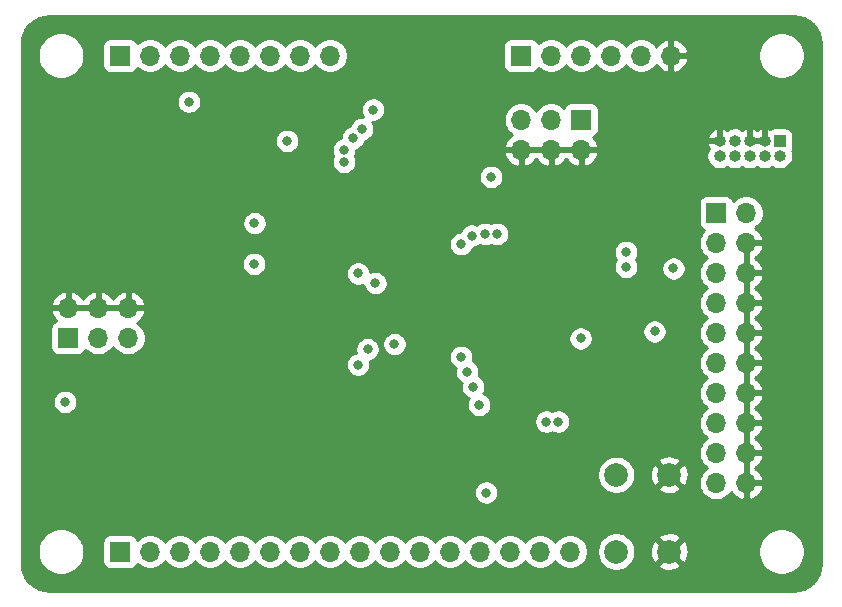
<source format=gbr>
G04 #@! TF.GenerationSoftware,KiCad,Pcbnew,5.1.10-88a1d61d58~90~ubuntu21.04.1*
G04 #@! TF.CreationDate,2021-08-23T11:11:00+02:00*
G04 #@! TF.ProjectId,STM32F030K6T6TR_Devel,53544d33-3246-4303-9330-4b3654365452,0.0.2*
G04 #@! TF.SameCoordinates,Original*
G04 #@! TF.FileFunction,Copper,L3,Inr*
G04 #@! TF.FilePolarity,Positive*
%FSLAX46Y46*%
G04 Gerber Fmt 4.6, Leading zero omitted, Abs format (unit mm)*
G04 Created by KiCad (PCBNEW 5.1.10-88a1d61d58~90~ubuntu21.04.1) date 2021-08-23 11:11:00*
%MOMM*%
%LPD*%
G01*
G04 APERTURE LIST*
G04 #@! TA.AperFunction,ComponentPad*
%ADD10O,1.700000X1.700000*%
G04 #@! TD*
G04 #@! TA.AperFunction,ComponentPad*
%ADD11R,1.700000X1.700000*%
G04 #@! TD*
G04 #@! TA.AperFunction,ComponentPad*
%ADD12O,1.000000X1.000000*%
G04 #@! TD*
G04 #@! TA.AperFunction,ComponentPad*
%ADD13R,1.000000X1.000000*%
G04 #@! TD*
G04 #@! TA.AperFunction,ComponentPad*
%ADD14C,2.000000*%
G04 #@! TD*
G04 #@! TA.AperFunction,ViaPad*
%ADD15C,0.800000*%
G04 #@! TD*
G04 #@! TA.AperFunction,Conductor*
%ADD16C,0.254000*%
G04 #@! TD*
G04 #@! TA.AperFunction,Conductor*
%ADD17C,0.100000*%
G04 #@! TD*
G04 APERTURE END LIST*
D10*
X109677400Y-95362000D03*
X109677400Y-97902000D03*
X107137400Y-95362000D03*
X107137400Y-97902000D03*
X104597400Y-95362000D03*
D11*
X104597400Y-97902000D03*
D10*
X142951400Y-81976200D03*
X142951400Y-79436200D03*
X145491400Y-81976200D03*
X145491400Y-79436200D03*
X148031400Y-81976200D03*
D11*
X148031400Y-79436200D03*
D10*
X155638700Y-74000000D03*
X153098700Y-74000000D03*
X150558700Y-74000000D03*
X148018700Y-74000000D03*
X145478700Y-74000000D03*
D11*
X142938700Y-74000000D03*
D10*
X126780000Y-74000000D03*
X124240000Y-74000000D03*
X121700000Y-74000000D03*
X119160000Y-74000000D03*
X116620000Y-74000000D03*
X114080000Y-74000000D03*
X111540000Y-74000000D03*
D11*
X109000000Y-74000000D03*
D12*
X159779000Y-82494000D03*
X159779000Y-81224000D03*
X161049000Y-82494000D03*
X161049000Y-81224000D03*
X162319000Y-82494000D03*
X162319000Y-81224000D03*
X163589000Y-82494000D03*
X163589000Y-81224000D03*
X164859000Y-82494000D03*
D13*
X164859000Y-81224000D03*
D10*
X162002000Y-110180000D03*
X159462000Y-110180000D03*
X162002000Y-107640000D03*
X159462000Y-107640000D03*
X162002000Y-105100000D03*
X159462000Y-105100000D03*
X162002000Y-102560000D03*
X159462000Y-102560000D03*
X162002000Y-100020000D03*
X159462000Y-100020000D03*
X162002000Y-97480000D03*
X159462000Y-97480000D03*
X162002000Y-94940000D03*
X159462000Y-94940000D03*
X162002000Y-92400000D03*
X159462000Y-92400000D03*
X162002000Y-89860000D03*
X159462000Y-89860000D03*
X162002000Y-87320000D03*
D11*
X159462000Y-87320000D03*
D10*
X147100000Y-116000000D03*
X144560000Y-116000000D03*
X142020000Y-116000000D03*
X139480000Y-116000000D03*
X136940000Y-116000000D03*
X134400000Y-116000000D03*
X131860000Y-116000000D03*
X129320000Y-116000000D03*
X126780000Y-116000000D03*
X124240000Y-116000000D03*
X121700000Y-116000000D03*
X119160000Y-116000000D03*
X116620000Y-116000000D03*
X114080000Y-116000000D03*
X111540000Y-116000000D03*
D11*
X109000000Y-116000000D03*
D14*
X151000000Y-109500000D03*
X155500000Y-109500000D03*
X151000000Y-116000000D03*
X155500000Y-116000000D03*
D15*
X148000000Y-97956000D03*
X146100000Y-105000000D03*
X145084000Y-105000000D03*
X104344000Y-103322000D03*
X123140000Y-81224000D03*
X114820900Y-77912200D03*
X120370800Y-88199200D03*
X132231835Y-98425952D03*
X130760000Y-101036000D03*
X126378000Y-78811000D03*
X162065000Y-84780000D03*
X157366000Y-95829000D03*
X128728000Y-80970000D03*
X137872000Y-99512000D03*
X137872000Y-89969009D03*
X127975000Y-83002000D03*
X127975000Y-81986000D03*
X129490000Y-80208000D03*
X154255000Y-97353000D03*
X140412000Y-84272000D03*
X130435840Y-78571897D03*
X139396000Y-103576000D03*
X140920000Y-89098000D03*
X138888000Y-102052000D03*
X139904000Y-89098000D03*
X151842000Y-91892000D03*
X151842000Y-90622000D03*
X138380000Y-100782000D03*
X138779999Y-89243999D03*
X129146500Y-92453700D03*
X130619700Y-93266500D03*
X129959300Y-98854500D03*
X129146500Y-100175300D03*
X120350661Y-91633341D03*
X140000000Y-111000000D03*
X155842000Y-92019000D03*
D16*
X166453893Y-70707670D02*
X166890498Y-70839489D01*
X167293185Y-71053600D01*
X167646612Y-71341848D01*
X167937327Y-71693261D01*
X168154242Y-72094439D01*
X168289106Y-72530113D01*
X168340000Y-73014344D01*
X168340001Y-116967711D01*
X168292330Y-117453894D01*
X168160512Y-117890497D01*
X167946399Y-118293186D01*
X167658150Y-118646613D01*
X167306739Y-118937327D01*
X166905564Y-119154240D01*
X166469886Y-119289106D01*
X165985664Y-119340000D01*
X103032279Y-119340000D01*
X102546106Y-119292330D01*
X102109503Y-119160512D01*
X101706814Y-118946399D01*
X101353387Y-118658150D01*
X101062673Y-118306739D01*
X100845760Y-117905564D01*
X100710894Y-117469886D01*
X100660000Y-116985664D01*
X100660000Y-115804495D01*
X102015000Y-115804495D01*
X102015000Y-116195505D01*
X102091282Y-116579003D01*
X102240915Y-116940250D01*
X102458149Y-117265364D01*
X102734636Y-117541851D01*
X103059750Y-117759085D01*
X103420997Y-117908718D01*
X103804495Y-117985000D01*
X104195505Y-117985000D01*
X104579003Y-117908718D01*
X104940250Y-117759085D01*
X105265364Y-117541851D01*
X105541851Y-117265364D01*
X105759085Y-116940250D01*
X105908718Y-116579003D01*
X105985000Y-116195505D01*
X105985000Y-115804495D01*
X105908718Y-115420997D01*
X105796468Y-115150000D01*
X107511928Y-115150000D01*
X107511928Y-116850000D01*
X107524188Y-116974482D01*
X107560498Y-117094180D01*
X107619463Y-117204494D01*
X107698815Y-117301185D01*
X107795506Y-117380537D01*
X107905820Y-117439502D01*
X108025518Y-117475812D01*
X108150000Y-117488072D01*
X109850000Y-117488072D01*
X109974482Y-117475812D01*
X110094180Y-117439502D01*
X110204494Y-117380537D01*
X110301185Y-117301185D01*
X110380537Y-117204494D01*
X110439502Y-117094180D01*
X110461513Y-117021620D01*
X110593368Y-117153475D01*
X110836589Y-117315990D01*
X111106842Y-117427932D01*
X111393740Y-117485000D01*
X111686260Y-117485000D01*
X111973158Y-117427932D01*
X112243411Y-117315990D01*
X112486632Y-117153475D01*
X112693475Y-116946632D01*
X112810000Y-116772240D01*
X112926525Y-116946632D01*
X113133368Y-117153475D01*
X113376589Y-117315990D01*
X113646842Y-117427932D01*
X113933740Y-117485000D01*
X114226260Y-117485000D01*
X114513158Y-117427932D01*
X114783411Y-117315990D01*
X115026632Y-117153475D01*
X115233475Y-116946632D01*
X115350000Y-116772240D01*
X115466525Y-116946632D01*
X115673368Y-117153475D01*
X115916589Y-117315990D01*
X116186842Y-117427932D01*
X116473740Y-117485000D01*
X116766260Y-117485000D01*
X117053158Y-117427932D01*
X117323411Y-117315990D01*
X117566632Y-117153475D01*
X117773475Y-116946632D01*
X117890000Y-116772240D01*
X118006525Y-116946632D01*
X118213368Y-117153475D01*
X118456589Y-117315990D01*
X118726842Y-117427932D01*
X119013740Y-117485000D01*
X119306260Y-117485000D01*
X119593158Y-117427932D01*
X119863411Y-117315990D01*
X120106632Y-117153475D01*
X120313475Y-116946632D01*
X120430000Y-116772240D01*
X120546525Y-116946632D01*
X120753368Y-117153475D01*
X120996589Y-117315990D01*
X121266842Y-117427932D01*
X121553740Y-117485000D01*
X121846260Y-117485000D01*
X122133158Y-117427932D01*
X122403411Y-117315990D01*
X122646632Y-117153475D01*
X122853475Y-116946632D01*
X122970000Y-116772240D01*
X123086525Y-116946632D01*
X123293368Y-117153475D01*
X123536589Y-117315990D01*
X123806842Y-117427932D01*
X124093740Y-117485000D01*
X124386260Y-117485000D01*
X124673158Y-117427932D01*
X124943411Y-117315990D01*
X125186632Y-117153475D01*
X125393475Y-116946632D01*
X125510000Y-116772240D01*
X125626525Y-116946632D01*
X125833368Y-117153475D01*
X126076589Y-117315990D01*
X126346842Y-117427932D01*
X126633740Y-117485000D01*
X126926260Y-117485000D01*
X127213158Y-117427932D01*
X127483411Y-117315990D01*
X127726632Y-117153475D01*
X127933475Y-116946632D01*
X128050000Y-116772240D01*
X128166525Y-116946632D01*
X128373368Y-117153475D01*
X128616589Y-117315990D01*
X128886842Y-117427932D01*
X129173740Y-117485000D01*
X129466260Y-117485000D01*
X129753158Y-117427932D01*
X130023411Y-117315990D01*
X130266632Y-117153475D01*
X130473475Y-116946632D01*
X130590000Y-116772240D01*
X130706525Y-116946632D01*
X130913368Y-117153475D01*
X131156589Y-117315990D01*
X131426842Y-117427932D01*
X131713740Y-117485000D01*
X132006260Y-117485000D01*
X132293158Y-117427932D01*
X132563411Y-117315990D01*
X132806632Y-117153475D01*
X133013475Y-116946632D01*
X133130000Y-116772240D01*
X133246525Y-116946632D01*
X133453368Y-117153475D01*
X133696589Y-117315990D01*
X133966842Y-117427932D01*
X134253740Y-117485000D01*
X134546260Y-117485000D01*
X134833158Y-117427932D01*
X135103411Y-117315990D01*
X135346632Y-117153475D01*
X135553475Y-116946632D01*
X135670000Y-116772240D01*
X135786525Y-116946632D01*
X135993368Y-117153475D01*
X136236589Y-117315990D01*
X136506842Y-117427932D01*
X136793740Y-117485000D01*
X137086260Y-117485000D01*
X137373158Y-117427932D01*
X137643411Y-117315990D01*
X137886632Y-117153475D01*
X138093475Y-116946632D01*
X138210000Y-116772240D01*
X138326525Y-116946632D01*
X138533368Y-117153475D01*
X138776589Y-117315990D01*
X139046842Y-117427932D01*
X139333740Y-117485000D01*
X139626260Y-117485000D01*
X139913158Y-117427932D01*
X140183411Y-117315990D01*
X140426632Y-117153475D01*
X140633475Y-116946632D01*
X140750000Y-116772240D01*
X140866525Y-116946632D01*
X141073368Y-117153475D01*
X141316589Y-117315990D01*
X141586842Y-117427932D01*
X141873740Y-117485000D01*
X142166260Y-117485000D01*
X142453158Y-117427932D01*
X142723411Y-117315990D01*
X142966632Y-117153475D01*
X143173475Y-116946632D01*
X143290000Y-116772240D01*
X143406525Y-116946632D01*
X143613368Y-117153475D01*
X143856589Y-117315990D01*
X144126842Y-117427932D01*
X144413740Y-117485000D01*
X144706260Y-117485000D01*
X144993158Y-117427932D01*
X145263411Y-117315990D01*
X145506632Y-117153475D01*
X145713475Y-116946632D01*
X145830000Y-116772240D01*
X145946525Y-116946632D01*
X146153368Y-117153475D01*
X146396589Y-117315990D01*
X146666842Y-117427932D01*
X146953740Y-117485000D01*
X147246260Y-117485000D01*
X147533158Y-117427932D01*
X147803411Y-117315990D01*
X148046632Y-117153475D01*
X148253475Y-116946632D01*
X148415990Y-116703411D01*
X148527932Y-116433158D01*
X148585000Y-116146260D01*
X148585000Y-115853740D01*
X148582062Y-115838967D01*
X149365000Y-115838967D01*
X149365000Y-116161033D01*
X149427832Y-116476912D01*
X149551082Y-116774463D01*
X149730013Y-117042252D01*
X149957748Y-117269987D01*
X150225537Y-117448918D01*
X150523088Y-117572168D01*
X150838967Y-117635000D01*
X151161033Y-117635000D01*
X151476912Y-117572168D01*
X151774463Y-117448918D01*
X152042252Y-117269987D01*
X152176826Y-117135413D01*
X154544192Y-117135413D01*
X154639956Y-117399814D01*
X154929571Y-117540704D01*
X155241108Y-117622384D01*
X155562595Y-117641718D01*
X155881675Y-117597961D01*
X156186088Y-117492795D01*
X156360044Y-117399814D01*
X156455808Y-117135413D01*
X155500000Y-116179605D01*
X154544192Y-117135413D01*
X152176826Y-117135413D01*
X152269987Y-117042252D01*
X152448918Y-116774463D01*
X152572168Y-116476912D01*
X152635000Y-116161033D01*
X152635000Y-116062595D01*
X153858282Y-116062595D01*
X153902039Y-116381675D01*
X154007205Y-116686088D01*
X154100186Y-116860044D01*
X154364587Y-116955808D01*
X155320395Y-116000000D01*
X155679605Y-116000000D01*
X156635413Y-116955808D01*
X156899814Y-116860044D01*
X157040704Y-116570429D01*
X157122384Y-116258892D01*
X157141718Y-115937405D01*
X157123492Y-115804495D01*
X163015000Y-115804495D01*
X163015000Y-116195505D01*
X163091282Y-116579003D01*
X163240915Y-116940250D01*
X163458149Y-117265364D01*
X163734636Y-117541851D01*
X164059750Y-117759085D01*
X164420997Y-117908718D01*
X164804495Y-117985000D01*
X165195505Y-117985000D01*
X165579003Y-117908718D01*
X165940250Y-117759085D01*
X166265364Y-117541851D01*
X166541851Y-117265364D01*
X166759085Y-116940250D01*
X166908718Y-116579003D01*
X166985000Y-116195505D01*
X166985000Y-115804495D01*
X166908718Y-115420997D01*
X166759085Y-115059750D01*
X166541851Y-114734636D01*
X166265364Y-114458149D01*
X165940250Y-114240915D01*
X165579003Y-114091282D01*
X165195505Y-114015000D01*
X164804495Y-114015000D01*
X164420997Y-114091282D01*
X164059750Y-114240915D01*
X163734636Y-114458149D01*
X163458149Y-114734636D01*
X163240915Y-115059750D01*
X163091282Y-115420997D01*
X163015000Y-115804495D01*
X157123492Y-115804495D01*
X157097961Y-115618325D01*
X156992795Y-115313912D01*
X156899814Y-115139956D01*
X156635413Y-115044192D01*
X155679605Y-116000000D01*
X155320395Y-116000000D01*
X154364587Y-115044192D01*
X154100186Y-115139956D01*
X153959296Y-115429571D01*
X153877616Y-115741108D01*
X153858282Y-116062595D01*
X152635000Y-116062595D01*
X152635000Y-115838967D01*
X152572168Y-115523088D01*
X152448918Y-115225537D01*
X152269987Y-114957748D01*
X152176826Y-114864587D01*
X154544192Y-114864587D01*
X155500000Y-115820395D01*
X156455808Y-114864587D01*
X156360044Y-114600186D01*
X156070429Y-114459296D01*
X155758892Y-114377616D01*
X155437405Y-114358282D01*
X155118325Y-114402039D01*
X154813912Y-114507205D01*
X154639956Y-114600186D01*
X154544192Y-114864587D01*
X152176826Y-114864587D01*
X152042252Y-114730013D01*
X151774463Y-114551082D01*
X151476912Y-114427832D01*
X151161033Y-114365000D01*
X150838967Y-114365000D01*
X150523088Y-114427832D01*
X150225537Y-114551082D01*
X149957748Y-114730013D01*
X149730013Y-114957748D01*
X149551082Y-115225537D01*
X149427832Y-115523088D01*
X149365000Y-115838967D01*
X148582062Y-115838967D01*
X148527932Y-115566842D01*
X148415990Y-115296589D01*
X148253475Y-115053368D01*
X148046632Y-114846525D01*
X147803411Y-114684010D01*
X147533158Y-114572068D01*
X147246260Y-114515000D01*
X146953740Y-114515000D01*
X146666842Y-114572068D01*
X146396589Y-114684010D01*
X146153368Y-114846525D01*
X145946525Y-115053368D01*
X145830000Y-115227760D01*
X145713475Y-115053368D01*
X145506632Y-114846525D01*
X145263411Y-114684010D01*
X144993158Y-114572068D01*
X144706260Y-114515000D01*
X144413740Y-114515000D01*
X144126842Y-114572068D01*
X143856589Y-114684010D01*
X143613368Y-114846525D01*
X143406525Y-115053368D01*
X143290000Y-115227760D01*
X143173475Y-115053368D01*
X142966632Y-114846525D01*
X142723411Y-114684010D01*
X142453158Y-114572068D01*
X142166260Y-114515000D01*
X141873740Y-114515000D01*
X141586842Y-114572068D01*
X141316589Y-114684010D01*
X141073368Y-114846525D01*
X140866525Y-115053368D01*
X140750000Y-115227760D01*
X140633475Y-115053368D01*
X140426632Y-114846525D01*
X140183411Y-114684010D01*
X139913158Y-114572068D01*
X139626260Y-114515000D01*
X139333740Y-114515000D01*
X139046842Y-114572068D01*
X138776589Y-114684010D01*
X138533368Y-114846525D01*
X138326525Y-115053368D01*
X138210000Y-115227760D01*
X138093475Y-115053368D01*
X137886632Y-114846525D01*
X137643411Y-114684010D01*
X137373158Y-114572068D01*
X137086260Y-114515000D01*
X136793740Y-114515000D01*
X136506842Y-114572068D01*
X136236589Y-114684010D01*
X135993368Y-114846525D01*
X135786525Y-115053368D01*
X135670000Y-115227760D01*
X135553475Y-115053368D01*
X135346632Y-114846525D01*
X135103411Y-114684010D01*
X134833158Y-114572068D01*
X134546260Y-114515000D01*
X134253740Y-114515000D01*
X133966842Y-114572068D01*
X133696589Y-114684010D01*
X133453368Y-114846525D01*
X133246525Y-115053368D01*
X133130000Y-115227760D01*
X133013475Y-115053368D01*
X132806632Y-114846525D01*
X132563411Y-114684010D01*
X132293158Y-114572068D01*
X132006260Y-114515000D01*
X131713740Y-114515000D01*
X131426842Y-114572068D01*
X131156589Y-114684010D01*
X130913368Y-114846525D01*
X130706525Y-115053368D01*
X130590000Y-115227760D01*
X130473475Y-115053368D01*
X130266632Y-114846525D01*
X130023411Y-114684010D01*
X129753158Y-114572068D01*
X129466260Y-114515000D01*
X129173740Y-114515000D01*
X128886842Y-114572068D01*
X128616589Y-114684010D01*
X128373368Y-114846525D01*
X128166525Y-115053368D01*
X128050000Y-115227760D01*
X127933475Y-115053368D01*
X127726632Y-114846525D01*
X127483411Y-114684010D01*
X127213158Y-114572068D01*
X126926260Y-114515000D01*
X126633740Y-114515000D01*
X126346842Y-114572068D01*
X126076589Y-114684010D01*
X125833368Y-114846525D01*
X125626525Y-115053368D01*
X125510000Y-115227760D01*
X125393475Y-115053368D01*
X125186632Y-114846525D01*
X124943411Y-114684010D01*
X124673158Y-114572068D01*
X124386260Y-114515000D01*
X124093740Y-114515000D01*
X123806842Y-114572068D01*
X123536589Y-114684010D01*
X123293368Y-114846525D01*
X123086525Y-115053368D01*
X122970000Y-115227760D01*
X122853475Y-115053368D01*
X122646632Y-114846525D01*
X122403411Y-114684010D01*
X122133158Y-114572068D01*
X121846260Y-114515000D01*
X121553740Y-114515000D01*
X121266842Y-114572068D01*
X120996589Y-114684010D01*
X120753368Y-114846525D01*
X120546525Y-115053368D01*
X120430000Y-115227760D01*
X120313475Y-115053368D01*
X120106632Y-114846525D01*
X119863411Y-114684010D01*
X119593158Y-114572068D01*
X119306260Y-114515000D01*
X119013740Y-114515000D01*
X118726842Y-114572068D01*
X118456589Y-114684010D01*
X118213368Y-114846525D01*
X118006525Y-115053368D01*
X117890000Y-115227760D01*
X117773475Y-115053368D01*
X117566632Y-114846525D01*
X117323411Y-114684010D01*
X117053158Y-114572068D01*
X116766260Y-114515000D01*
X116473740Y-114515000D01*
X116186842Y-114572068D01*
X115916589Y-114684010D01*
X115673368Y-114846525D01*
X115466525Y-115053368D01*
X115350000Y-115227760D01*
X115233475Y-115053368D01*
X115026632Y-114846525D01*
X114783411Y-114684010D01*
X114513158Y-114572068D01*
X114226260Y-114515000D01*
X113933740Y-114515000D01*
X113646842Y-114572068D01*
X113376589Y-114684010D01*
X113133368Y-114846525D01*
X112926525Y-115053368D01*
X112810000Y-115227760D01*
X112693475Y-115053368D01*
X112486632Y-114846525D01*
X112243411Y-114684010D01*
X111973158Y-114572068D01*
X111686260Y-114515000D01*
X111393740Y-114515000D01*
X111106842Y-114572068D01*
X110836589Y-114684010D01*
X110593368Y-114846525D01*
X110461513Y-114978380D01*
X110439502Y-114905820D01*
X110380537Y-114795506D01*
X110301185Y-114698815D01*
X110204494Y-114619463D01*
X110094180Y-114560498D01*
X109974482Y-114524188D01*
X109850000Y-114511928D01*
X108150000Y-114511928D01*
X108025518Y-114524188D01*
X107905820Y-114560498D01*
X107795506Y-114619463D01*
X107698815Y-114698815D01*
X107619463Y-114795506D01*
X107560498Y-114905820D01*
X107524188Y-115025518D01*
X107511928Y-115150000D01*
X105796468Y-115150000D01*
X105759085Y-115059750D01*
X105541851Y-114734636D01*
X105265364Y-114458149D01*
X104940250Y-114240915D01*
X104579003Y-114091282D01*
X104195505Y-114015000D01*
X103804495Y-114015000D01*
X103420997Y-114091282D01*
X103059750Y-114240915D01*
X102734636Y-114458149D01*
X102458149Y-114734636D01*
X102240915Y-115059750D01*
X102091282Y-115420997D01*
X102015000Y-115804495D01*
X100660000Y-115804495D01*
X100660000Y-110898061D01*
X138965000Y-110898061D01*
X138965000Y-111101939D01*
X139004774Y-111301898D01*
X139082795Y-111490256D01*
X139196063Y-111659774D01*
X139340226Y-111803937D01*
X139509744Y-111917205D01*
X139698102Y-111995226D01*
X139898061Y-112035000D01*
X140101939Y-112035000D01*
X140301898Y-111995226D01*
X140490256Y-111917205D01*
X140659774Y-111803937D01*
X140803937Y-111659774D01*
X140917205Y-111490256D01*
X140995226Y-111301898D01*
X141035000Y-111101939D01*
X141035000Y-110898061D01*
X140995226Y-110698102D01*
X140917205Y-110509744D01*
X140803937Y-110340226D01*
X140659774Y-110196063D01*
X140490256Y-110082795D01*
X140301898Y-110004774D01*
X140101939Y-109965000D01*
X139898061Y-109965000D01*
X139698102Y-110004774D01*
X139509744Y-110082795D01*
X139340226Y-110196063D01*
X139196063Y-110340226D01*
X139082795Y-110509744D01*
X139004774Y-110698102D01*
X138965000Y-110898061D01*
X100660000Y-110898061D01*
X100660000Y-109338967D01*
X149365000Y-109338967D01*
X149365000Y-109661033D01*
X149427832Y-109976912D01*
X149551082Y-110274463D01*
X149730013Y-110542252D01*
X149957748Y-110769987D01*
X150225537Y-110948918D01*
X150523088Y-111072168D01*
X150838967Y-111135000D01*
X151161033Y-111135000D01*
X151476912Y-111072168D01*
X151774463Y-110948918D01*
X152042252Y-110769987D01*
X152176826Y-110635413D01*
X154544192Y-110635413D01*
X154639956Y-110899814D01*
X154929571Y-111040704D01*
X155241108Y-111122384D01*
X155562595Y-111141718D01*
X155881675Y-111097961D01*
X156186088Y-110992795D01*
X156360044Y-110899814D01*
X156455808Y-110635413D01*
X155500000Y-109679605D01*
X154544192Y-110635413D01*
X152176826Y-110635413D01*
X152269987Y-110542252D01*
X152448918Y-110274463D01*
X152572168Y-109976912D01*
X152635000Y-109661033D01*
X152635000Y-109562595D01*
X153858282Y-109562595D01*
X153902039Y-109881675D01*
X154007205Y-110186088D01*
X154100186Y-110360044D01*
X154364587Y-110455808D01*
X155320395Y-109500000D01*
X155679605Y-109500000D01*
X156635413Y-110455808D01*
X156899814Y-110360044D01*
X157040704Y-110070429D01*
X157122384Y-109758892D01*
X157141718Y-109437405D01*
X157097961Y-109118325D01*
X156992795Y-108813912D01*
X156899814Y-108639956D01*
X156635413Y-108544192D01*
X155679605Y-109500000D01*
X155320395Y-109500000D01*
X154364587Y-108544192D01*
X154100186Y-108639956D01*
X153959296Y-108929571D01*
X153877616Y-109241108D01*
X153858282Y-109562595D01*
X152635000Y-109562595D01*
X152635000Y-109338967D01*
X152572168Y-109023088D01*
X152448918Y-108725537D01*
X152269987Y-108457748D01*
X152176826Y-108364587D01*
X154544192Y-108364587D01*
X155500000Y-109320395D01*
X156455808Y-108364587D01*
X156360044Y-108100186D01*
X156070429Y-107959296D01*
X155758892Y-107877616D01*
X155437405Y-107858282D01*
X155118325Y-107902039D01*
X154813912Y-108007205D01*
X154639956Y-108100186D01*
X154544192Y-108364587D01*
X152176826Y-108364587D01*
X152042252Y-108230013D01*
X151774463Y-108051082D01*
X151476912Y-107927832D01*
X151161033Y-107865000D01*
X150838967Y-107865000D01*
X150523088Y-107927832D01*
X150225537Y-108051082D01*
X149957748Y-108230013D01*
X149730013Y-108457748D01*
X149551082Y-108725537D01*
X149427832Y-109023088D01*
X149365000Y-109338967D01*
X100660000Y-109338967D01*
X100660000Y-104898061D01*
X144049000Y-104898061D01*
X144049000Y-105101939D01*
X144088774Y-105301898D01*
X144166795Y-105490256D01*
X144280063Y-105659774D01*
X144424226Y-105803937D01*
X144593744Y-105917205D01*
X144782102Y-105995226D01*
X144982061Y-106035000D01*
X145185939Y-106035000D01*
X145385898Y-105995226D01*
X145574256Y-105917205D01*
X145592000Y-105905349D01*
X145609744Y-105917205D01*
X145798102Y-105995226D01*
X145998061Y-106035000D01*
X146201939Y-106035000D01*
X146401898Y-105995226D01*
X146590256Y-105917205D01*
X146759774Y-105803937D01*
X146903937Y-105659774D01*
X147017205Y-105490256D01*
X147095226Y-105301898D01*
X147135000Y-105101939D01*
X147135000Y-104898061D01*
X147095226Y-104698102D01*
X147017205Y-104509744D01*
X146903937Y-104340226D01*
X146759774Y-104196063D01*
X146590256Y-104082795D01*
X146401898Y-104004774D01*
X146201939Y-103965000D01*
X145998061Y-103965000D01*
X145798102Y-104004774D01*
X145609744Y-104082795D01*
X145592000Y-104094651D01*
X145574256Y-104082795D01*
X145385898Y-104004774D01*
X145185939Y-103965000D01*
X144982061Y-103965000D01*
X144782102Y-104004774D01*
X144593744Y-104082795D01*
X144424226Y-104196063D01*
X144280063Y-104340226D01*
X144166795Y-104509744D01*
X144088774Y-104698102D01*
X144049000Y-104898061D01*
X100660000Y-104898061D01*
X100660000Y-103220061D01*
X103309000Y-103220061D01*
X103309000Y-103423939D01*
X103348774Y-103623898D01*
X103426795Y-103812256D01*
X103540063Y-103981774D01*
X103684226Y-104125937D01*
X103853744Y-104239205D01*
X104042102Y-104317226D01*
X104242061Y-104357000D01*
X104445939Y-104357000D01*
X104645898Y-104317226D01*
X104834256Y-104239205D01*
X105003774Y-104125937D01*
X105147937Y-103981774D01*
X105261205Y-103812256D01*
X105339226Y-103623898D01*
X105379000Y-103423939D01*
X105379000Y-103220061D01*
X105339226Y-103020102D01*
X105261205Y-102831744D01*
X105147937Y-102662226D01*
X105003774Y-102518063D01*
X104834256Y-102404795D01*
X104645898Y-102326774D01*
X104445939Y-102287000D01*
X104242061Y-102287000D01*
X104042102Y-102326774D01*
X103853744Y-102404795D01*
X103684226Y-102518063D01*
X103540063Y-102662226D01*
X103426795Y-102831744D01*
X103348774Y-103020102D01*
X103309000Y-103220061D01*
X100660000Y-103220061D01*
X100660000Y-100073361D01*
X128111500Y-100073361D01*
X128111500Y-100277239D01*
X128151274Y-100477198D01*
X128229295Y-100665556D01*
X128342563Y-100835074D01*
X128486726Y-100979237D01*
X128656244Y-101092505D01*
X128844602Y-101170526D01*
X129044561Y-101210300D01*
X129248439Y-101210300D01*
X129448398Y-101170526D01*
X129636756Y-101092505D01*
X129806274Y-100979237D01*
X129950437Y-100835074D01*
X130063705Y-100665556D01*
X130141726Y-100477198D01*
X130181500Y-100277239D01*
X130181500Y-100073361D01*
X130141743Y-99873487D01*
X130261198Y-99849726D01*
X130449556Y-99771705D01*
X130619074Y-99658437D01*
X130763237Y-99514274D01*
X130876505Y-99344756D01*
X130954526Y-99156398D01*
X130994300Y-98956439D01*
X130994300Y-98752561D01*
X130954526Y-98552602D01*
X130876505Y-98364244D01*
X130849624Y-98324013D01*
X131196835Y-98324013D01*
X131196835Y-98527891D01*
X131236609Y-98727850D01*
X131314630Y-98916208D01*
X131427898Y-99085726D01*
X131572061Y-99229889D01*
X131741579Y-99343157D01*
X131929937Y-99421178D01*
X132129896Y-99460952D01*
X132333774Y-99460952D01*
X132533733Y-99421178D01*
X132560571Y-99410061D01*
X136837000Y-99410061D01*
X136837000Y-99613939D01*
X136876774Y-99813898D01*
X136954795Y-100002256D01*
X137068063Y-100171774D01*
X137212226Y-100315937D01*
X137381744Y-100429205D01*
X137402325Y-100437730D01*
X137384774Y-100480102D01*
X137345000Y-100680061D01*
X137345000Y-100883939D01*
X137384774Y-101083898D01*
X137462795Y-101272256D01*
X137576063Y-101441774D01*
X137720226Y-101585937D01*
X137889744Y-101699205D01*
X137910325Y-101707730D01*
X137892774Y-101750102D01*
X137853000Y-101950061D01*
X137853000Y-102153939D01*
X137892774Y-102353898D01*
X137970795Y-102542256D01*
X138084063Y-102711774D01*
X138228226Y-102855937D01*
X138397744Y-102969205D01*
X138522214Y-103020763D01*
X138478795Y-103085744D01*
X138400774Y-103274102D01*
X138361000Y-103474061D01*
X138361000Y-103677939D01*
X138400774Y-103877898D01*
X138478795Y-104066256D01*
X138592063Y-104235774D01*
X138736226Y-104379937D01*
X138905744Y-104493205D01*
X139094102Y-104571226D01*
X139294061Y-104611000D01*
X139497939Y-104611000D01*
X139697898Y-104571226D01*
X139886256Y-104493205D01*
X140055774Y-104379937D01*
X140199937Y-104235774D01*
X140313205Y-104066256D01*
X140391226Y-103877898D01*
X140431000Y-103677939D01*
X140431000Y-103474061D01*
X140391226Y-103274102D01*
X140313205Y-103085744D01*
X140199937Y-102916226D01*
X140055774Y-102772063D01*
X139886256Y-102658795D01*
X139761786Y-102607237D01*
X139805205Y-102542256D01*
X139883226Y-102353898D01*
X139923000Y-102153939D01*
X139923000Y-101950061D01*
X139883226Y-101750102D01*
X139805205Y-101561744D01*
X139691937Y-101392226D01*
X139547774Y-101248063D01*
X139378256Y-101134795D01*
X139357675Y-101126270D01*
X139375226Y-101083898D01*
X139415000Y-100883939D01*
X139415000Y-100680061D01*
X139375226Y-100480102D01*
X139297205Y-100291744D01*
X139183937Y-100122226D01*
X139039774Y-99978063D01*
X138870256Y-99864795D01*
X138849675Y-99856270D01*
X138867226Y-99813898D01*
X138907000Y-99613939D01*
X138907000Y-99410061D01*
X138867226Y-99210102D01*
X138789205Y-99021744D01*
X138675937Y-98852226D01*
X138531774Y-98708063D01*
X138362256Y-98594795D01*
X138173898Y-98516774D01*
X137973939Y-98477000D01*
X137770061Y-98477000D01*
X137570102Y-98516774D01*
X137381744Y-98594795D01*
X137212226Y-98708063D01*
X137068063Y-98852226D01*
X136954795Y-99021744D01*
X136876774Y-99210102D01*
X136837000Y-99410061D01*
X132560571Y-99410061D01*
X132722091Y-99343157D01*
X132891609Y-99229889D01*
X133035772Y-99085726D01*
X133149040Y-98916208D01*
X133227061Y-98727850D01*
X133266835Y-98527891D01*
X133266835Y-98324013D01*
X133227061Y-98124054D01*
X133149040Y-97935696D01*
X133094494Y-97854061D01*
X146965000Y-97854061D01*
X146965000Y-98057939D01*
X147004774Y-98257898D01*
X147082795Y-98446256D01*
X147196063Y-98615774D01*
X147340226Y-98759937D01*
X147509744Y-98873205D01*
X147698102Y-98951226D01*
X147898061Y-98991000D01*
X148101939Y-98991000D01*
X148301898Y-98951226D01*
X148490256Y-98873205D01*
X148659774Y-98759937D01*
X148803937Y-98615774D01*
X148917205Y-98446256D01*
X148995226Y-98257898D01*
X149035000Y-98057939D01*
X149035000Y-97854061D01*
X148995226Y-97654102D01*
X148917205Y-97465744D01*
X148803937Y-97296226D01*
X148758772Y-97251061D01*
X153220000Y-97251061D01*
X153220000Y-97454939D01*
X153259774Y-97654898D01*
X153337795Y-97843256D01*
X153451063Y-98012774D01*
X153595226Y-98156937D01*
X153764744Y-98270205D01*
X153953102Y-98348226D01*
X154153061Y-98388000D01*
X154356939Y-98388000D01*
X154556898Y-98348226D01*
X154745256Y-98270205D01*
X154914774Y-98156937D01*
X155058937Y-98012774D01*
X155172205Y-97843256D01*
X155250226Y-97654898D01*
X155290000Y-97454939D01*
X155290000Y-97251061D01*
X155250226Y-97051102D01*
X155172205Y-96862744D01*
X155058937Y-96693226D01*
X154914774Y-96549063D01*
X154745256Y-96435795D01*
X154556898Y-96357774D01*
X154356939Y-96318000D01*
X154153061Y-96318000D01*
X153953102Y-96357774D01*
X153764744Y-96435795D01*
X153595226Y-96549063D01*
X153451063Y-96693226D01*
X153337795Y-96862744D01*
X153259774Y-97051102D01*
X153220000Y-97251061D01*
X148758772Y-97251061D01*
X148659774Y-97152063D01*
X148490256Y-97038795D01*
X148301898Y-96960774D01*
X148101939Y-96921000D01*
X147898061Y-96921000D01*
X147698102Y-96960774D01*
X147509744Y-97038795D01*
X147340226Y-97152063D01*
X147196063Y-97296226D01*
X147082795Y-97465744D01*
X147004774Y-97654102D01*
X146965000Y-97854061D01*
X133094494Y-97854061D01*
X133035772Y-97766178D01*
X132891609Y-97622015D01*
X132722091Y-97508747D01*
X132533733Y-97430726D01*
X132333774Y-97390952D01*
X132129896Y-97390952D01*
X131929937Y-97430726D01*
X131741579Y-97508747D01*
X131572061Y-97622015D01*
X131427898Y-97766178D01*
X131314630Y-97935696D01*
X131236609Y-98124054D01*
X131196835Y-98324013D01*
X130849624Y-98324013D01*
X130763237Y-98194726D01*
X130619074Y-98050563D01*
X130449556Y-97937295D01*
X130261198Y-97859274D01*
X130061239Y-97819500D01*
X129857361Y-97819500D01*
X129657402Y-97859274D01*
X129469044Y-97937295D01*
X129299526Y-98050563D01*
X129155363Y-98194726D01*
X129042095Y-98364244D01*
X128964074Y-98552602D01*
X128924300Y-98752561D01*
X128924300Y-98956439D01*
X128964057Y-99156313D01*
X128844602Y-99180074D01*
X128656244Y-99258095D01*
X128486726Y-99371363D01*
X128342563Y-99515526D01*
X128229295Y-99685044D01*
X128151274Y-99873402D01*
X128111500Y-100073361D01*
X100660000Y-100073361D01*
X100660000Y-97052000D01*
X103109328Y-97052000D01*
X103109328Y-98752000D01*
X103121588Y-98876482D01*
X103157898Y-98996180D01*
X103216863Y-99106494D01*
X103296215Y-99203185D01*
X103392906Y-99282537D01*
X103503220Y-99341502D01*
X103622918Y-99377812D01*
X103747400Y-99390072D01*
X105447400Y-99390072D01*
X105571882Y-99377812D01*
X105691580Y-99341502D01*
X105801894Y-99282537D01*
X105898585Y-99203185D01*
X105977937Y-99106494D01*
X106036902Y-98996180D01*
X106058913Y-98923620D01*
X106190768Y-99055475D01*
X106433989Y-99217990D01*
X106704242Y-99329932D01*
X106991140Y-99387000D01*
X107283660Y-99387000D01*
X107570558Y-99329932D01*
X107840811Y-99217990D01*
X108084032Y-99055475D01*
X108290875Y-98848632D01*
X108407400Y-98674240D01*
X108523925Y-98848632D01*
X108730768Y-99055475D01*
X108973989Y-99217990D01*
X109244242Y-99329932D01*
X109531140Y-99387000D01*
X109823660Y-99387000D01*
X110110558Y-99329932D01*
X110380811Y-99217990D01*
X110624032Y-99055475D01*
X110830875Y-98848632D01*
X110993390Y-98605411D01*
X111105332Y-98335158D01*
X111162400Y-98048260D01*
X111162400Y-97755740D01*
X111105332Y-97468842D01*
X110993390Y-97198589D01*
X110830875Y-96955368D01*
X110624032Y-96748525D01*
X110447994Y-96630900D01*
X110677669Y-96459588D01*
X110872578Y-96243355D01*
X111021557Y-95993252D01*
X111118881Y-95718891D01*
X110998214Y-95489000D01*
X109804400Y-95489000D01*
X109804400Y-95509000D01*
X109550400Y-95509000D01*
X109550400Y-95489000D01*
X107264400Y-95489000D01*
X107264400Y-95509000D01*
X107010400Y-95509000D01*
X107010400Y-95489000D01*
X104724400Y-95489000D01*
X104724400Y-95509000D01*
X104470400Y-95509000D01*
X104470400Y-95489000D01*
X103276586Y-95489000D01*
X103155919Y-95718891D01*
X103253243Y-95993252D01*
X103402222Y-96243355D01*
X103579026Y-96439502D01*
X103503220Y-96462498D01*
X103392906Y-96521463D01*
X103296215Y-96600815D01*
X103216863Y-96697506D01*
X103157898Y-96807820D01*
X103121588Y-96927518D01*
X103109328Y-97052000D01*
X100660000Y-97052000D01*
X100660000Y-95005109D01*
X103155919Y-95005109D01*
X103276586Y-95235000D01*
X104470400Y-95235000D01*
X104470400Y-94041845D01*
X104724400Y-94041845D01*
X104724400Y-95235000D01*
X107010400Y-95235000D01*
X107010400Y-94041845D01*
X107264400Y-94041845D01*
X107264400Y-95235000D01*
X109550400Y-95235000D01*
X109550400Y-94041845D01*
X109804400Y-94041845D01*
X109804400Y-95235000D01*
X110998214Y-95235000D01*
X111118881Y-95005109D01*
X111021557Y-94730748D01*
X110872578Y-94480645D01*
X110677669Y-94264412D01*
X110444320Y-94090359D01*
X110181499Y-93965175D01*
X110034290Y-93920524D01*
X109804400Y-94041845D01*
X109550400Y-94041845D01*
X109320510Y-93920524D01*
X109173301Y-93965175D01*
X108910480Y-94090359D01*
X108677131Y-94264412D01*
X108482222Y-94480645D01*
X108407400Y-94606255D01*
X108332578Y-94480645D01*
X108137669Y-94264412D01*
X107904320Y-94090359D01*
X107641499Y-93965175D01*
X107494290Y-93920524D01*
X107264400Y-94041845D01*
X107010400Y-94041845D01*
X106780510Y-93920524D01*
X106633301Y-93965175D01*
X106370480Y-94090359D01*
X106137131Y-94264412D01*
X105942222Y-94480645D01*
X105867400Y-94606255D01*
X105792578Y-94480645D01*
X105597669Y-94264412D01*
X105364320Y-94090359D01*
X105101499Y-93965175D01*
X104954290Y-93920524D01*
X104724400Y-94041845D01*
X104470400Y-94041845D01*
X104240510Y-93920524D01*
X104093301Y-93965175D01*
X103830480Y-94090359D01*
X103597131Y-94264412D01*
X103402222Y-94480645D01*
X103253243Y-94730748D01*
X103155919Y-95005109D01*
X100660000Y-95005109D01*
X100660000Y-91531402D01*
X119315661Y-91531402D01*
X119315661Y-91735280D01*
X119355435Y-91935239D01*
X119433456Y-92123597D01*
X119546724Y-92293115D01*
X119690887Y-92437278D01*
X119860405Y-92550546D01*
X120048763Y-92628567D01*
X120248722Y-92668341D01*
X120452600Y-92668341D01*
X120652559Y-92628567D01*
X120840917Y-92550546D01*
X121010435Y-92437278D01*
X121095952Y-92351761D01*
X128111500Y-92351761D01*
X128111500Y-92555639D01*
X128151274Y-92755598D01*
X128229295Y-92943956D01*
X128342563Y-93113474D01*
X128486726Y-93257637D01*
X128656244Y-93370905D01*
X128844602Y-93448926D01*
X129044561Y-93488700D01*
X129248439Y-93488700D01*
X129448398Y-93448926D01*
X129589116Y-93390638D01*
X129624474Y-93568398D01*
X129702495Y-93756756D01*
X129815763Y-93926274D01*
X129959926Y-94070437D01*
X130129444Y-94183705D01*
X130317802Y-94261726D01*
X130517761Y-94301500D01*
X130721639Y-94301500D01*
X130921598Y-94261726D01*
X131109956Y-94183705D01*
X131279474Y-94070437D01*
X131423637Y-93926274D01*
X131536905Y-93756756D01*
X131614926Y-93568398D01*
X131654700Y-93368439D01*
X131654700Y-93164561D01*
X131614926Y-92964602D01*
X131536905Y-92776244D01*
X131423637Y-92606726D01*
X131279474Y-92462563D01*
X131109956Y-92349295D01*
X130921598Y-92271274D01*
X130721639Y-92231500D01*
X130517761Y-92231500D01*
X130317802Y-92271274D01*
X130177084Y-92329562D01*
X130141726Y-92151802D01*
X130063705Y-91963444D01*
X129950437Y-91793926D01*
X129806274Y-91649763D01*
X129636756Y-91536495D01*
X129448398Y-91458474D01*
X129248439Y-91418700D01*
X129044561Y-91418700D01*
X128844602Y-91458474D01*
X128656244Y-91536495D01*
X128486726Y-91649763D01*
X128342563Y-91793926D01*
X128229295Y-91963444D01*
X128151274Y-92151802D01*
X128111500Y-92351761D01*
X121095952Y-92351761D01*
X121154598Y-92293115D01*
X121267866Y-92123597D01*
X121345887Y-91935239D01*
X121385661Y-91735280D01*
X121385661Y-91531402D01*
X121345887Y-91331443D01*
X121267866Y-91143085D01*
X121154598Y-90973567D01*
X121010435Y-90829404D01*
X120840917Y-90716136D01*
X120652559Y-90638115D01*
X120452600Y-90598341D01*
X120248722Y-90598341D01*
X120048763Y-90638115D01*
X119860405Y-90716136D01*
X119690887Y-90829404D01*
X119546724Y-90973567D01*
X119433456Y-91143085D01*
X119355435Y-91331443D01*
X119315661Y-91531402D01*
X100660000Y-91531402D01*
X100660000Y-89867070D01*
X136837000Y-89867070D01*
X136837000Y-90070948D01*
X136876774Y-90270907D01*
X136954795Y-90459265D01*
X137068063Y-90628783D01*
X137212226Y-90772946D01*
X137381744Y-90886214D01*
X137570102Y-90964235D01*
X137770061Y-91004009D01*
X137973939Y-91004009D01*
X138173898Y-90964235D01*
X138362256Y-90886214D01*
X138531774Y-90772946D01*
X138675937Y-90628783D01*
X138748582Y-90520061D01*
X150807000Y-90520061D01*
X150807000Y-90723939D01*
X150846774Y-90923898D01*
X150924795Y-91112256D01*
X151021510Y-91257000D01*
X150924795Y-91401744D01*
X150846774Y-91590102D01*
X150807000Y-91790061D01*
X150807000Y-91993939D01*
X150846774Y-92193898D01*
X150924795Y-92382256D01*
X151038063Y-92551774D01*
X151182226Y-92695937D01*
X151351744Y-92809205D01*
X151540102Y-92887226D01*
X151740061Y-92927000D01*
X151943939Y-92927000D01*
X152143898Y-92887226D01*
X152332256Y-92809205D01*
X152501774Y-92695937D01*
X152645937Y-92551774D01*
X152759205Y-92382256D01*
X152837226Y-92193898D01*
X152877000Y-91993939D01*
X152877000Y-91917061D01*
X154807000Y-91917061D01*
X154807000Y-92120939D01*
X154846774Y-92320898D01*
X154924795Y-92509256D01*
X155038063Y-92678774D01*
X155182226Y-92822937D01*
X155351744Y-92936205D01*
X155540102Y-93014226D01*
X155740061Y-93054000D01*
X155943939Y-93054000D01*
X156143898Y-93014226D01*
X156332256Y-92936205D01*
X156501774Y-92822937D01*
X156645937Y-92678774D01*
X156759205Y-92509256D01*
X156837226Y-92320898D01*
X156877000Y-92120939D01*
X156877000Y-91917061D01*
X156837226Y-91717102D01*
X156759205Y-91528744D01*
X156645937Y-91359226D01*
X156501774Y-91215063D01*
X156332256Y-91101795D01*
X156143898Y-91023774D01*
X155943939Y-90984000D01*
X155740061Y-90984000D01*
X155540102Y-91023774D01*
X155351744Y-91101795D01*
X155182226Y-91215063D01*
X155038063Y-91359226D01*
X154924795Y-91528744D01*
X154846774Y-91717102D01*
X154807000Y-91917061D01*
X152877000Y-91917061D01*
X152877000Y-91790061D01*
X152837226Y-91590102D01*
X152759205Y-91401744D01*
X152662490Y-91257000D01*
X152759205Y-91112256D01*
X152837226Y-90923898D01*
X152877000Y-90723939D01*
X152877000Y-90520061D01*
X152837226Y-90320102D01*
X152759205Y-90131744D01*
X152645937Y-89962226D01*
X152501774Y-89818063D01*
X152332256Y-89704795D01*
X152143898Y-89626774D01*
X151943939Y-89587000D01*
X151740061Y-89587000D01*
X151540102Y-89626774D01*
X151351744Y-89704795D01*
X151182226Y-89818063D01*
X151038063Y-89962226D01*
X150924795Y-90131744D01*
X150846774Y-90320102D01*
X150807000Y-90520061D01*
X138748582Y-90520061D01*
X138789205Y-90459265D01*
X138863874Y-90278999D01*
X138881938Y-90278999D01*
X139081897Y-90239225D01*
X139270255Y-90161204D01*
X139439773Y-90047936D01*
X139455294Y-90032415D01*
X139602102Y-90093226D01*
X139802061Y-90133000D01*
X140005939Y-90133000D01*
X140205898Y-90093226D01*
X140394256Y-90015205D01*
X140412000Y-90003349D01*
X140429744Y-90015205D01*
X140618102Y-90093226D01*
X140818061Y-90133000D01*
X141021939Y-90133000D01*
X141221898Y-90093226D01*
X141410256Y-90015205D01*
X141579774Y-89901937D01*
X141723937Y-89757774D01*
X141837205Y-89588256D01*
X141915226Y-89399898D01*
X141955000Y-89199939D01*
X141955000Y-88996061D01*
X141915226Y-88796102D01*
X141837205Y-88607744D01*
X141723937Y-88438226D01*
X141579774Y-88294063D01*
X141410256Y-88180795D01*
X141221898Y-88102774D01*
X141021939Y-88063000D01*
X140818061Y-88063000D01*
X140618102Y-88102774D01*
X140429744Y-88180795D01*
X140412000Y-88192651D01*
X140394256Y-88180795D01*
X140205898Y-88102774D01*
X140005939Y-88063000D01*
X139802061Y-88063000D01*
X139602102Y-88102774D01*
X139413744Y-88180795D01*
X139244226Y-88294063D01*
X139228705Y-88309584D01*
X139081897Y-88248773D01*
X138881938Y-88208999D01*
X138678060Y-88208999D01*
X138478101Y-88248773D01*
X138289743Y-88326794D01*
X138120225Y-88440062D01*
X137976062Y-88584225D01*
X137862794Y-88753743D01*
X137788125Y-88934009D01*
X137770061Y-88934009D01*
X137570102Y-88973783D01*
X137381744Y-89051804D01*
X137212226Y-89165072D01*
X137068063Y-89309235D01*
X136954795Y-89478753D01*
X136876774Y-89667111D01*
X136837000Y-89867070D01*
X100660000Y-89867070D01*
X100660000Y-88097261D01*
X119335800Y-88097261D01*
X119335800Y-88301139D01*
X119375574Y-88501098D01*
X119453595Y-88689456D01*
X119566863Y-88858974D01*
X119711026Y-89003137D01*
X119880544Y-89116405D01*
X120068902Y-89194426D01*
X120268861Y-89234200D01*
X120472739Y-89234200D01*
X120672698Y-89194426D01*
X120861056Y-89116405D01*
X121030574Y-89003137D01*
X121174737Y-88858974D01*
X121288005Y-88689456D01*
X121366026Y-88501098D01*
X121405800Y-88301139D01*
X121405800Y-88097261D01*
X121366026Y-87897302D01*
X121288005Y-87708944D01*
X121174737Y-87539426D01*
X121030574Y-87395263D01*
X120861056Y-87281995D01*
X120672698Y-87203974D01*
X120472739Y-87164200D01*
X120268861Y-87164200D01*
X120068902Y-87203974D01*
X119880544Y-87281995D01*
X119711026Y-87395263D01*
X119566863Y-87539426D01*
X119453595Y-87708944D01*
X119375574Y-87897302D01*
X119335800Y-88097261D01*
X100660000Y-88097261D01*
X100660000Y-86470000D01*
X157973928Y-86470000D01*
X157973928Y-88170000D01*
X157986188Y-88294482D01*
X158022498Y-88414180D01*
X158081463Y-88524494D01*
X158160815Y-88621185D01*
X158257506Y-88700537D01*
X158367820Y-88759502D01*
X158440380Y-88781513D01*
X158308525Y-88913368D01*
X158146010Y-89156589D01*
X158034068Y-89426842D01*
X157977000Y-89713740D01*
X157977000Y-90006260D01*
X158034068Y-90293158D01*
X158146010Y-90563411D01*
X158308525Y-90806632D01*
X158515368Y-91013475D01*
X158689760Y-91130000D01*
X158515368Y-91246525D01*
X158308525Y-91453368D01*
X158146010Y-91696589D01*
X158034068Y-91966842D01*
X157977000Y-92253740D01*
X157977000Y-92546260D01*
X158034068Y-92833158D01*
X158146010Y-93103411D01*
X158308525Y-93346632D01*
X158515368Y-93553475D01*
X158689760Y-93670000D01*
X158515368Y-93786525D01*
X158308525Y-93993368D01*
X158146010Y-94236589D01*
X158034068Y-94506842D01*
X157977000Y-94793740D01*
X157977000Y-95086260D01*
X158034068Y-95373158D01*
X158146010Y-95643411D01*
X158308525Y-95886632D01*
X158515368Y-96093475D01*
X158689760Y-96210000D01*
X158515368Y-96326525D01*
X158308525Y-96533368D01*
X158146010Y-96776589D01*
X158034068Y-97046842D01*
X157977000Y-97333740D01*
X157977000Y-97626260D01*
X158034068Y-97913158D01*
X158146010Y-98183411D01*
X158308525Y-98426632D01*
X158515368Y-98633475D01*
X158689760Y-98750000D01*
X158515368Y-98866525D01*
X158308525Y-99073368D01*
X158146010Y-99316589D01*
X158034068Y-99586842D01*
X157977000Y-99873740D01*
X157977000Y-100166260D01*
X158034068Y-100453158D01*
X158146010Y-100723411D01*
X158308525Y-100966632D01*
X158515368Y-101173475D01*
X158689760Y-101290000D01*
X158515368Y-101406525D01*
X158308525Y-101613368D01*
X158146010Y-101856589D01*
X158034068Y-102126842D01*
X157977000Y-102413740D01*
X157977000Y-102706260D01*
X158034068Y-102993158D01*
X158146010Y-103263411D01*
X158308525Y-103506632D01*
X158515368Y-103713475D01*
X158689760Y-103830000D01*
X158515368Y-103946525D01*
X158308525Y-104153368D01*
X158146010Y-104396589D01*
X158034068Y-104666842D01*
X157977000Y-104953740D01*
X157977000Y-105246260D01*
X158034068Y-105533158D01*
X158146010Y-105803411D01*
X158308525Y-106046632D01*
X158515368Y-106253475D01*
X158689760Y-106370000D01*
X158515368Y-106486525D01*
X158308525Y-106693368D01*
X158146010Y-106936589D01*
X158034068Y-107206842D01*
X157977000Y-107493740D01*
X157977000Y-107786260D01*
X158034068Y-108073158D01*
X158146010Y-108343411D01*
X158308525Y-108586632D01*
X158515368Y-108793475D01*
X158689760Y-108910000D01*
X158515368Y-109026525D01*
X158308525Y-109233368D01*
X158146010Y-109476589D01*
X158034068Y-109746842D01*
X157977000Y-110033740D01*
X157977000Y-110326260D01*
X158034068Y-110613158D01*
X158146010Y-110883411D01*
X158308525Y-111126632D01*
X158515368Y-111333475D01*
X158758589Y-111495990D01*
X159028842Y-111607932D01*
X159315740Y-111665000D01*
X159608260Y-111665000D01*
X159895158Y-111607932D01*
X160165411Y-111495990D01*
X160408632Y-111333475D01*
X160615475Y-111126632D01*
X160733100Y-110950594D01*
X160904412Y-111180269D01*
X161120645Y-111375178D01*
X161370748Y-111524157D01*
X161645109Y-111621481D01*
X161875000Y-111500814D01*
X161875000Y-110307000D01*
X162129000Y-110307000D01*
X162129000Y-111500814D01*
X162358891Y-111621481D01*
X162633252Y-111524157D01*
X162883355Y-111375178D01*
X163099588Y-111180269D01*
X163273641Y-110946920D01*
X163398825Y-110684099D01*
X163443476Y-110536890D01*
X163322155Y-110307000D01*
X162129000Y-110307000D01*
X161875000Y-110307000D01*
X161855000Y-110307000D01*
X161855000Y-110053000D01*
X161875000Y-110053000D01*
X161875000Y-107767000D01*
X162129000Y-107767000D01*
X162129000Y-110053000D01*
X163322155Y-110053000D01*
X163443476Y-109823110D01*
X163398825Y-109675901D01*
X163273641Y-109413080D01*
X163099588Y-109179731D01*
X162883355Y-108984822D01*
X162757745Y-108910000D01*
X162883355Y-108835178D01*
X163099588Y-108640269D01*
X163273641Y-108406920D01*
X163398825Y-108144099D01*
X163443476Y-107996890D01*
X163322155Y-107767000D01*
X162129000Y-107767000D01*
X161875000Y-107767000D01*
X161855000Y-107767000D01*
X161855000Y-107513000D01*
X161875000Y-107513000D01*
X161875000Y-105227000D01*
X162129000Y-105227000D01*
X162129000Y-107513000D01*
X163322155Y-107513000D01*
X163443476Y-107283110D01*
X163398825Y-107135901D01*
X163273641Y-106873080D01*
X163099588Y-106639731D01*
X162883355Y-106444822D01*
X162757745Y-106370000D01*
X162883355Y-106295178D01*
X163099588Y-106100269D01*
X163273641Y-105866920D01*
X163398825Y-105604099D01*
X163443476Y-105456890D01*
X163322155Y-105227000D01*
X162129000Y-105227000D01*
X161875000Y-105227000D01*
X161855000Y-105227000D01*
X161855000Y-104973000D01*
X161875000Y-104973000D01*
X161875000Y-102687000D01*
X162129000Y-102687000D01*
X162129000Y-104973000D01*
X163322155Y-104973000D01*
X163443476Y-104743110D01*
X163398825Y-104595901D01*
X163273641Y-104333080D01*
X163099588Y-104099731D01*
X162883355Y-103904822D01*
X162757745Y-103830000D01*
X162883355Y-103755178D01*
X163099588Y-103560269D01*
X163273641Y-103326920D01*
X163398825Y-103064099D01*
X163443476Y-102916890D01*
X163322155Y-102687000D01*
X162129000Y-102687000D01*
X161875000Y-102687000D01*
X161855000Y-102687000D01*
X161855000Y-102433000D01*
X161875000Y-102433000D01*
X161875000Y-100147000D01*
X162129000Y-100147000D01*
X162129000Y-102433000D01*
X163322155Y-102433000D01*
X163443476Y-102203110D01*
X163398825Y-102055901D01*
X163273641Y-101793080D01*
X163099588Y-101559731D01*
X162883355Y-101364822D01*
X162757745Y-101290000D01*
X162883355Y-101215178D01*
X163099588Y-101020269D01*
X163273641Y-100786920D01*
X163398825Y-100524099D01*
X163443476Y-100376890D01*
X163322155Y-100147000D01*
X162129000Y-100147000D01*
X161875000Y-100147000D01*
X161855000Y-100147000D01*
X161855000Y-99893000D01*
X161875000Y-99893000D01*
X161875000Y-97607000D01*
X162129000Y-97607000D01*
X162129000Y-99893000D01*
X163322155Y-99893000D01*
X163443476Y-99663110D01*
X163398825Y-99515901D01*
X163273641Y-99253080D01*
X163099588Y-99019731D01*
X162883355Y-98824822D01*
X162757745Y-98750000D01*
X162883355Y-98675178D01*
X163099588Y-98480269D01*
X163273641Y-98246920D01*
X163398825Y-97984099D01*
X163443476Y-97836890D01*
X163322155Y-97607000D01*
X162129000Y-97607000D01*
X161875000Y-97607000D01*
X161855000Y-97607000D01*
X161855000Y-97353000D01*
X161875000Y-97353000D01*
X161875000Y-95067000D01*
X162129000Y-95067000D01*
X162129000Y-97353000D01*
X163322155Y-97353000D01*
X163443476Y-97123110D01*
X163398825Y-96975901D01*
X163273641Y-96713080D01*
X163099588Y-96479731D01*
X162883355Y-96284822D01*
X162757745Y-96210000D01*
X162883355Y-96135178D01*
X163099588Y-95940269D01*
X163273641Y-95706920D01*
X163398825Y-95444099D01*
X163443476Y-95296890D01*
X163322155Y-95067000D01*
X162129000Y-95067000D01*
X161875000Y-95067000D01*
X161855000Y-95067000D01*
X161855000Y-94813000D01*
X161875000Y-94813000D01*
X161875000Y-92527000D01*
X162129000Y-92527000D01*
X162129000Y-94813000D01*
X163322155Y-94813000D01*
X163443476Y-94583110D01*
X163398825Y-94435901D01*
X163273641Y-94173080D01*
X163099588Y-93939731D01*
X162883355Y-93744822D01*
X162757745Y-93670000D01*
X162883355Y-93595178D01*
X163099588Y-93400269D01*
X163273641Y-93166920D01*
X163398825Y-92904099D01*
X163443476Y-92756890D01*
X163322155Y-92527000D01*
X162129000Y-92527000D01*
X161875000Y-92527000D01*
X161855000Y-92527000D01*
X161855000Y-92273000D01*
X161875000Y-92273000D01*
X161875000Y-89987000D01*
X162129000Y-89987000D01*
X162129000Y-92273000D01*
X163322155Y-92273000D01*
X163443476Y-92043110D01*
X163398825Y-91895901D01*
X163273641Y-91633080D01*
X163099588Y-91399731D01*
X162883355Y-91204822D01*
X162757745Y-91130000D01*
X162883355Y-91055178D01*
X163099588Y-90860269D01*
X163273641Y-90626920D01*
X163398825Y-90364099D01*
X163443476Y-90216890D01*
X163322155Y-89987000D01*
X162129000Y-89987000D01*
X161875000Y-89987000D01*
X161855000Y-89987000D01*
X161855000Y-89733000D01*
X161875000Y-89733000D01*
X161875000Y-89713000D01*
X162129000Y-89713000D01*
X162129000Y-89733000D01*
X163322155Y-89733000D01*
X163443476Y-89503110D01*
X163398825Y-89355901D01*
X163273641Y-89093080D01*
X163099588Y-88859731D01*
X162883355Y-88664822D01*
X162766466Y-88595195D01*
X162948632Y-88473475D01*
X163155475Y-88266632D01*
X163317990Y-88023411D01*
X163429932Y-87753158D01*
X163487000Y-87466260D01*
X163487000Y-87173740D01*
X163429932Y-86886842D01*
X163317990Y-86616589D01*
X163155475Y-86373368D01*
X162948632Y-86166525D01*
X162705411Y-86004010D01*
X162435158Y-85892068D01*
X162148260Y-85835000D01*
X161855740Y-85835000D01*
X161568842Y-85892068D01*
X161298589Y-86004010D01*
X161055368Y-86166525D01*
X160923513Y-86298380D01*
X160901502Y-86225820D01*
X160842537Y-86115506D01*
X160763185Y-86018815D01*
X160666494Y-85939463D01*
X160556180Y-85880498D01*
X160436482Y-85844188D01*
X160312000Y-85831928D01*
X158612000Y-85831928D01*
X158487518Y-85844188D01*
X158367820Y-85880498D01*
X158257506Y-85939463D01*
X158160815Y-86018815D01*
X158081463Y-86115506D01*
X158022498Y-86225820D01*
X157986188Y-86345518D01*
X157973928Y-86470000D01*
X100660000Y-86470000D01*
X100660000Y-84170061D01*
X139377000Y-84170061D01*
X139377000Y-84373939D01*
X139416774Y-84573898D01*
X139494795Y-84762256D01*
X139608063Y-84931774D01*
X139752226Y-85075937D01*
X139921744Y-85189205D01*
X140110102Y-85267226D01*
X140310061Y-85307000D01*
X140513939Y-85307000D01*
X140713898Y-85267226D01*
X140902256Y-85189205D01*
X141071774Y-85075937D01*
X141215937Y-84931774D01*
X141329205Y-84762256D01*
X141407226Y-84573898D01*
X141447000Y-84373939D01*
X141447000Y-84170061D01*
X141407226Y-83970102D01*
X141329205Y-83781744D01*
X141215937Y-83612226D01*
X141071774Y-83468063D01*
X140902256Y-83354795D01*
X140713898Y-83276774D01*
X140513939Y-83237000D01*
X140310061Y-83237000D01*
X140110102Y-83276774D01*
X139921744Y-83354795D01*
X139752226Y-83468063D01*
X139608063Y-83612226D01*
X139494795Y-83781744D01*
X139416774Y-83970102D01*
X139377000Y-84170061D01*
X100660000Y-84170061D01*
X100660000Y-81122061D01*
X122105000Y-81122061D01*
X122105000Y-81325939D01*
X122144774Y-81525898D01*
X122222795Y-81714256D01*
X122336063Y-81883774D01*
X122480226Y-82027937D01*
X122649744Y-82141205D01*
X122838102Y-82219226D01*
X123038061Y-82259000D01*
X123241939Y-82259000D01*
X123441898Y-82219226D01*
X123630256Y-82141205D01*
X123799774Y-82027937D01*
X123943650Y-81884061D01*
X126940000Y-81884061D01*
X126940000Y-82087939D01*
X126979774Y-82287898D01*
X127057795Y-82476256D01*
X127069651Y-82494000D01*
X127057795Y-82511744D01*
X126979774Y-82700102D01*
X126940000Y-82900061D01*
X126940000Y-83103939D01*
X126979774Y-83303898D01*
X127057795Y-83492256D01*
X127171063Y-83661774D01*
X127315226Y-83805937D01*
X127484744Y-83919205D01*
X127673102Y-83997226D01*
X127873061Y-84037000D01*
X128076939Y-84037000D01*
X128276898Y-83997226D01*
X128465256Y-83919205D01*
X128634774Y-83805937D01*
X128778937Y-83661774D01*
X128892205Y-83492256D01*
X128970226Y-83303898D01*
X129010000Y-83103939D01*
X129010000Y-82900061D01*
X128970226Y-82700102D01*
X128892205Y-82511744D01*
X128880349Y-82494000D01*
X128892205Y-82476256D01*
X128951506Y-82333091D01*
X141509919Y-82333091D01*
X141607243Y-82607452D01*
X141756222Y-82857555D01*
X141951131Y-83073788D01*
X142184480Y-83247841D01*
X142447301Y-83373025D01*
X142594510Y-83417676D01*
X142824400Y-83296355D01*
X142824400Y-82103200D01*
X143078400Y-82103200D01*
X143078400Y-83296355D01*
X143308290Y-83417676D01*
X143455499Y-83373025D01*
X143718320Y-83247841D01*
X143951669Y-83073788D01*
X144146578Y-82857555D01*
X144221400Y-82731945D01*
X144296222Y-82857555D01*
X144491131Y-83073788D01*
X144724480Y-83247841D01*
X144987301Y-83373025D01*
X145134510Y-83417676D01*
X145364400Y-83296355D01*
X145364400Y-82103200D01*
X145618400Y-82103200D01*
X145618400Y-83296355D01*
X145848290Y-83417676D01*
X145995499Y-83373025D01*
X146258320Y-83247841D01*
X146491669Y-83073788D01*
X146686578Y-82857555D01*
X146761400Y-82731945D01*
X146836222Y-82857555D01*
X147031131Y-83073788D01*
X147264480Y-83247841D01*
X147527301Y-83373025D01*
X147674510Y-83417676D01*
X147904400Y-83296355D01*
X147904400Y-82103200D01*
X148158400Y-82103200D01*
X148158400Y-83296355D01*
X148388290Y-83417676D01*
X148535499Y-83373025D01*
X148798320Y-83247841D01*
X149031669Y-83073788D01*
X149226578Y-82857555D01*
X149375557Y-82607452D01*
X149455456Y-82382212D01*
X158644000Y-82382212D01*
X158644000Y-82605788D01*
X158687617Y-82825067D01*
X158773176Y-83031624D01*
X158897388Y-83217520D01*
X159055480Y-83375612D01*
X159241376Y-83499824D01*
X159447933Y-83585383D01*
X159667212Y-83629000D01*
X159890788Y-83629000D01*
X160110067Y-83585383D01*
X160316624Y-83499824D01*
X160414000Y-83434759D01*
X160511376Y-83499824D01*
X160717933Y-83585383D01*
X160937212Y-83629000D01*
X161160788Y-83629000D01*
X161380067Y-83585383D01*
X161586624Y-83499824D01*
X161684000Y-83434759D01*
X161781376Y-83499824D01*
X161987933Y-83585383D01*
X162207212Y-83629000D01*
X162430788Y-83629000D01*
X162650067Y-83585383D01*
X162856624Y-83499824D01*
X162954000Y-83434759D01*
X163051376Y-83499824D01*
X163257933Y-83585383D01*
X163477212Y-83629000D01*
X163700788Y-83629000D01*
X163920067Y-83585383D01*
X164126624Y-83499824D01*
X164224000Y-83434759D01*
X164321376Y-83499824D01*
X164527933Y-83585383D01*
X164747212Y-83629000D01*
X164970788Y-83629000D01*
X165190067Y-83585383D01*
X165396624Y-83499824D01*
X165582520Y-83375612D01*
X165740612Y-83217520D01*
X165864824Y-83031624D01*
X165950383Y-82825067D01*
X165994000Y-82605788D01*
X165994000Y-82382212D01*
X165950383Y-82162933D01*
X165904112Y-82051226D01*
X165948502Y-81968180D01*
X165984812Y-81848482D01*
X165997072Y-81724000D01*
X165997072Y-80724000D01*
X165984812Y-80599518D01*
X165948502Y-80479820D01*
X165889537Y-80369506D01*
X165810185Y-80272815D01*
X165713494Y-80193463D01*
X165603180Y-80134498D01*
X165483482Y-80098188D01*
X165359000Y-80085928D01*
X164359000Y-80085928D01*
X164234518Y-80098188D01*
X164114820Y-80134498D01*
X164025820Y-80182070D01*
X163945864Y-80146554D01*
X163890874Y-80129881D01*
X163716000Y-80256046D01*
X163716000Y-81097000D01*
X163720928Y-81097000D01*
X163720928Y-81351000D01*
X163716000Y-81351000D01*
X163716000Y-81362026D01*
X163700788Y-81359000D01*
X163477212Y-81359000D01*
X163462000Y-81362026D01*
X163462000Y-81351000D01*
X162446000Y-81351000D01*
X162446000Y-81362026D01*
X162430788Y-81359000D01*
X162207212Y-81359000D01*
X162192000Y-81362026D01*
X162192000Y-81351000D01*
X162180974Y-81351000D01*
X162184000Y-81335788D01*
X162184000Y-81112212D01*
X162180974Y-81097000D01*
X162192000Y-81097000D01*
X162192000Y-80256046D01*
X162446000Y-80256046D01*
X162446000Y-81097000D01*
X163462000Y-81097000D01*
X163462000Y-80256046D01*
X163287126Y-80129881D01*
X163232136Y-80146554D01*
X163028794Y-80236877D01*
X162954000Y-80289639D01*
X162879206Y-80236877D01*
X162675864Y-80146554D01*
X162620874Y-80129881D01*
X162446000Y-80256046D01*
X162192000Y-80256046D01*
X162017126Y-80129881D01*
X161962136Y-80146554D01*
X161758794Y-80236877D01*
X161688658Y-80286353D01*
X161586624Y-80218176D01*
X161380067Y-80132617D01*
X161160788Y-80089000D01*
X160937212Y-80089000D01*
X160717933Y-80132617D01*
X160511376Y-80218176D01*
X160409342Y-80286353D01*
X160339206Y-80236877D01*
X160135864Y-80146554D01*
X160080874Y-80129881D01*
X159906000Y-80256046D01*
X159906000Y-81097000D01*
X159917026Y-81097000D01*
X159914000Y-81112212D01*
X159914000Y-81335788D01*
X159917026Y-81351000D01*
X159906000Y-81351000D01*
X159906000Y-81362026D01*
X159890788Y-81359000D01*
X159667212Y-81359000D01*
X159652000Y-81362026D01*
X159652000Y-81351000D01*
X158809871Y-81351000D01*
X158684874Y-81525876D01*
X158764790Y-81733529D01*
X158841256Y-81854488D01*
X158773176Y-81956376D01*
X158687617Y-82162933D01*
X158644000Y-82382212D01*
X149455456Y-82382212D01*
X149472881Y-82333091D01*
X149352214Y-82103200D01*
X148158400Y-82103200D01*
X147904400Y-82103200D01*
X145618400Y-82103200D01*
X145364400Y-82103200D01*
X143078400Y-82103200D01*
X142824400Y-82103200D01*
X141630586Y-82103200D01*
X141509919Y-82333091D01*
X128951506Y-82333091D01*
X128970226Y-82287898D01*
X129010000Y-82087939D01*
X129010000Y-81969184D01*
X129029898Y-81965226D01*
X129218256Y-81887205D01*
X129387774Y-81773937D01*
X129531937Y-81629774D01*
X129645205Y-81460256D01*
X129723226Y-81271898D01*
X129734619Y-81214619D01*
X129791898Y-81203226D01*
X129980256Y-81125205D01*
X130149774Y-81011937D01*
X130293937Y-80867774D01*
X130407205Y-80698256D01*
X130485226Y-80509898D01*
X130525000Y-80309939D01*
X130525000Y-80106061D01*
X130485226Y-79906102D01*
X130407205Y-79717744D01*
X130333023Y-79606722D01*
X130333901Y-79606897D01*
X130537779Y-79606897D01*
X130737738Y-79567123D01*
X130926096Y-79489102D01*
X131095614Y-79375834D01*
X131181508Y-79289940D01*
X141466400Y-79289940D01*
X141466400Y-79582460D01*
X141523468Y-79869358D01*
X141635410Y-80139611D01*
X141797925Y-80382832D01*
X142004768Y-80589675D01*
X142180806Y-80707300D01*
X141951131Y-80878612D01*
X141756222Y-81094845D01*
X141607243Y-81344948D01*
X141509919Y-81619309D01*
X141630586Y-81849200D01*
X142824400Y-81849200D01*
X142824400Y-81829200D01*
X143078400Y-81829200D01*
X143078400Y-81849200D01*
X145364400Y-81849200D01*
X145364400Y-81829200D01*
X145618400Y-81829200D01*
X145618400Y-81849200D01*
X147904400Y-81849200D01*
X147904400Y-81829200D01*
X148158400Y-81829200D01*
X148158400Y-81849200D01*
X149352214Y-81849200D01*
X149472881Y-81619309D01*
X149375557Y-81344948D01*
X149226578Y-81094845D01*
X149070890Y-80922124D01*
X158684874Y-80922124D01*
X158809871Y-81097000D01*
X159652000Y-81097000D01*
X159652000Y-80256046D01*
X159477126Y-80129881D01*
X159422136Y-80146554D01*
X159218794Y-80236877D01*
X159036980Y-80365135D01*
X158883682Y-80526399D01*
X158764790Y-80714471D01*
X158684874Y-80922124D01*
X149070890Y-80922124D01*
X149049774Y-80898698D01*
X149125580Y-80875702D01*
X149235894Y-80816737D01*
X149332585Y-80737385D01*
X149411937Y-80640694D01*
X149470902Y-80530380D01*
X149507212Y-80410682D01*
X149519472Y-80286200D01*
X149519472Y-78586200D01*
X149507212Y-78461718D01*
X149470902Y-78342020D01*
X149411937Y-78231706D01*
X149332585Y-78135015D01*
X149235894Y-78055663D01*
X149125580Y-77996698D01*
X149005882Y-77960388D01*
X148881400Y-77948128D01*
X147181400Y-77948128D01*
X147056918Y-77960388D01*
X146937220Y-77996698D01*
X146826906Y-78055663D01*
X146730215Y-78135015D01*
X146650863Y-78231706D01*
X146591898Y-78342020D01*
X146569887Y-78414580D01*
X146438032Y-78282725D01*
X146194811Y-78120210D01*
X145924558Y-78008268D01*
X145637660Y-77951200D01*
X145345140Y-77951200D01*
X145058242Y-78008268D01*
X144787989Y-78120210D01*
X144544768Y-78282725D01*
X144337925Y-78489568D01*
X144221400Y-78663960D01*
X144104875Y-78489568D01*
X143898032Y-78282725D01*
X143654811Y-78120210D01*
X143384558Y-78008268D01*
X143097660Y-77951200D01*
X142805140Y-77951200D01*
X142518242Y-78008268D01*
X142247989Y-78120210D01*
X142004768Y-78282725D01*
X141797925Y-78489568D01*
X141635410Y-78732789D01*
X141523468Y-79003042D01*
X141466400Y-79289940D01*
X131181508Y-79289940D01*
X131239777Y-79231671D01*
X131353045Y-79062153D01*
X131431066Y-78873795D01*
X131470840Y-78673836D01*
X131470840Y-78469958D01*
X131431066Y-78269999D01*
X131353045Y-78081641D01*
X131239777Y-77912123D01*
X131095614Y-77767960D01*
X130926096Y-77654692D01*
X130737738Y-77576671D01*
X130537779Y-77536897D01*
X130333901Y-77536897D01*
X130133942Y-77576671D01*
X129945584Y-77654692D01*
X129776066Y-77767960D01*
X129631903Y-77912123D01*
X129518635Y-78081641D01*
X129440614Y-78269999D01*
X129400840Y-78469958D01*
X129400840Y-78673836D01*
X129440614Y-78873795D01*
X129518635Y-79062153D01*
X129592817Y-79173175D01*
X129591939Y-79173000D01*
X129388061Y-79173000D01*
X129188102Y-79212774D01*
X128999744Y-79290795D01*
X128830226Y-79404063D01*
X128686063Y-79548226D01*
X128572795Y-79717744D01*
X128494774Y-79906102D01*
X128483381Y-79963381D01*
X128426102Y-79974774D01*
X128237744Y-80052795D01*
X128068226Y-80166063D01*
X127924063Y-80310226D01*
X127810795Y-80479744D01*
X127732774Y-80668102D01*
X127693000Y-80868061D01*
X127693000Y-80986816D01*
X127673102Y-80990774D01*
X127484744Y-81068795D01*
X127315226Y-81182063D01*
X127171063Y-81326226D01*
X127057795Y-81495744D01*
X126979774Y-81684102D01*
X126940000Y-81884061D01*
X123943650Y-81884061D01*
X123943937Y-81883774D01*
X124057205Y-81714256D01*
X124135226Y-81525898D01*
X124175000Y-81325939D01*
X124175000Y-81122061D01*
X124135226Y-80922102D01*
X124057205Y-80733744D01*
X123943937Y-80564226D01*
X123799774Y-80420063D01*
X123630256Y-80306795D01*
X123441898Y-80228774D01*
X123241939Y-80189000D01*
X123038061Y-80189000D01*
X122838102Y-80228774D01*
X122649744Y-80306795D01*
X122480226Y-80420063D01*
X122336063Y-80564226D01*
X122222795Y-80733744D01*
X122144774Y-80922102D01*
X122105000Y-81122061D01*
X100660000Y-81122061D01*
X100660000Y-77810261D01*
X113785900Y-77810261D01*
X113785900Y-78014139D01*
X113825674Y-78214098D01*
X113903695Y-78402456D01*
X114016963Y-78571974D01*
X114161126Y-78716137D01*
X114330644Y-78829405D01*
X114519002Y-78907426D01*
X114718961Y-78947200D01*
X114922839Y-78947200D01*
X115122798Y-78907426D01*
X115311156Y-78829405D01*
X115480674Y-78716137D01*
X115624837Y-78571974D01*
X115738105Y-78402456D01*
X115816126Y-78214098D01*
X115855900Y-78014139D01*
X115855900Y-77810261D01*
X115816126Y-77610302D01*
X115738105Y-77421944D01*
X115624837Y-77252426D01*
X115480674Y-77108263D01*
X115311156Y-76994995D01*
X115122798Y-76916974D01*
X114922839Y-76877200D01*
X114718961Y-76877200D01*
X114519002Y-76916974D01*
X114330644Y-76994995D01*
X114161126Y-77108263D01*
X114016963Y-77252426D01*
X113903695Y-77421944D01*
X113825674Y-77610302D01*
X113785900Y-77810261D01*
X100660000Y-77810261D01*
X100660000Y-73804495D01*
X102015000Y-73804495D01*
X102015000Y-74195505D01*
X102091282Y-74579003D01*
X102240915Y-74940250D01*
X102458149Y-75265364D01*
X102734636Y-75541851D01*
X103059750Y-75759085D01*
X103420997Y-75908718D01*
X103804495Y-75985000D01*
X104195505Y-75985000D01*
X104579003Y-75908718D01*
X104940250Y-75759085D01*
X105265364Y-75541851D01*
X105541851Y-75265364D01*
X105759085Y-74940250D01*
X105908718Y-74579003D01*
X105985000Y-74195505D01*
X105985000Y-73804495D01*
X105908718Y-73420997D01*
X105796468Y-73150000D01*
X107511928Y-73150000D01*
X107511928Y-74850000D01*
X107524188Y-74974482D01*
X107560498Y-75094180D01*
X107619463Y-75204494D01*
X107698815Y-75301185D01*
X107795506Y-75380537D01*
X107905820Y-75439502D01*
X108025518Y-75475812D01*
X108150000Y-75488072D01*
X109850000Y-75488072D01*
X109974482Y-75475812D01*
X110094180Y-75439502D01*
X110204494Y-75380537D01*
X110301185Y-75301185D01*
X110380537Y-75204494D01*
X110439502Y-75094180D01*
X110461513Y-75021620D01*
X110593368Y-75153475D01*
X110836589Y-75315990D01*
X111106842Y-75427932D01*
X111393740Y-75485000D01*
X111686260Y-75485000D01*
X111973158Y-75427932D01*
X112243411Y-75315990D01*
X112486632Y-75153475D01*
X112693475Y-74946632D01*
X112810000Y-74772240D01*
X112926525Y-74946632D01*
X113133368Y-75153475D01*
X113376589Y-75315990D01*
X113646842Y-75427932D01*
X113933740Y-75485000D01*
X114226260Y-75485000D01*
X114513158Y-75427932D01*
X114783411Y-75315990D01*
X115026632Y-75153475D01*
X115233475Y-74946632D01*
X115350000Y-74772240D01*
X115466525Y-74946632D01*
X115673368Y-75153475D01*
X115916589Y-75315990D01*
X116186842Y-75427932D01*
X116473740Y-75485000D01*
X116766260Y-75485000D01*
X117053158Y-75427932D01*
X117323411Y-75315990D01*
X117566632Y-75153475D01*
X117773475Y-74946632D01*
X117890000Y-74772240D01*
X118006525Y-74946632D01*
X118213368Y-75153475D01*
X118456589Y-75315990D01*
X118726842Y-75427932D01*
X119013740Y-75485000D01*
X119306260Y-75485000D01*
X119593158Y-75427932D01*
X119863411Y-75315990D01*
X120106632Y-75153475D01*
X120313475Y-74946632D01*
X120430000Y-74772240D01*
X120546525Y-74946632D01*
X120753368Y-75153475D01*
X120996589Y-75315990D01*
X121266842Y-75427932D01*
X121553740Y-75485000D01*
X121846260Y-75485000D01*
X122133158Y-75427932D01*
X122403411Y-75315990D01*
X122646632Y-75153475D01*
X122853475Y-74946632D01*
X122970000Y-74772240D01*
X123086525Y-74946632D01*
X123293368Y-75153475D01*
X123536589Y-75315990D01*
X123806842Y-75427932D01*
X124093740Y-75485000D01*
X124386260Y-75485000D01*
X124673158Y-75427932D01*
X124943411Y-75315990D01*
X125186632Y-75153475D01*
X125393475Y-74946632D01*
X125510000Y-74772240D01*
X125626525Y-74946632D01*
X125833368Y-75153475D01*
X126076589Y-75315990D01*
X126346842Y-75427932D01*
X126633740Y-75485000D01*
X126926260Y-75485000D01*
X127213158Y-75427932D01*
X127483411Y-75315990D01*
X127726632Y-75153475D01*
X127933475Y-74946632D01*
X128095990Y-74703411D01*
X128207932Y-74433158D01*
X128265000Y-74146260D01*
X128265000Y-73853740D01*
X128207932Y-73566842D01*
X128095990Y-73296589D01*
X127998043Y-73150000D01*
X141450628Y-73150000D01*
X141450628Y-74850000D01*
X141462888Y-74974482D01*
X141499198Y-75094180D01*
X141558163Y-75204494D01*
X141637515Y-75301185D01*
X141734206Y-75380537D01*
X141844520Y-75439502D01*
X141964218Y-75475812D01*
X142088700Y-75488072D01*
X143788700Y-75488072D01*
X143913182Y-75475812D01*
X144032880Y-75439502D01*
X144143194Y-75380537D01*
X144239885Y-75301185D01*
X144319237Y-75204494D01*
X144378202Y-75094180D01*
X144400213Y-75021620D01*
X144532068Y-75153475D01*
X144775289Y-75315990D01*
X145045542Y-75427932D01*
X145332440Y-75485000D01*
X145624960Y-75485000D01*
X145911858Y-75427932D01*
X146182111Y-75315990D01*
X146425332Y-75153475D01*
X146632175Y-74946632D01*
X146748700Y-74772240D01*
X146865225Y-74946632D01*
X147072068Y-75153475D01*
X147315289Y-75315990D01*
X147585542Y-75427932D01*
X147872440Y-75485000D01*
X148164960Y-75485000D01*
X148451858Y-75427932D01*
X148722111Y-75315990D01*
X148965332Y-75153475D01*
X149172175Y-74946632D01*
X149288700Y-74772240D01*
X149405225Y-74946632D01*
X149612068Y-75153475D01*
X149855289Y-75315990D01*
X150125542Y-75427932D01*
X150412440Y-75485000D01*
X150704960Y-75485000D01*
X150991858Y-75427932D01*
X151262111Y-75315990D01*
X151505332Y-75153475D01*
X151712175Y-74946632D01*
X151828700Y-74772240D01*
X151945225Y-74946632D01*
X152152068Y-75153475D01*
X152395289Y-75315990D01*
X152665542Y-75427932D01*
X152952440Y-75485000D01*
X153244960Y-75485000D01*
X153531858Y-75427932D01*
X153802111Y-75315990D01*
X154045332Y-75153475D01*
X154252175Y-74946632D01*
X154373895Y-74764466D01*
X154443522Y-74881355D01*
X154638431Y-75097588D01*
X154871780Y-75271641D01*
X155134601Y-75396825D01*
X155281810Y-75441476D01*
X155511700Y-75320155D01*
X155511700Y-74127000D01*
X155765700Y-74127000D01*
X155765700Y-75320155D01*
X155995590Y-75441476D01*
X156142799Y-75396825D01*
X156405620Y-75271641D01*
X156638969Y-75097588D01*
X156833878Y-74881355D01*
X156982857Y-74631252D01*
X157080181Y-74356891D01*
X156959514Y-74127000D01*
X155765700Y-74127000D01*
X155511700Y-74127000D01*
X155491700Y-74127000D01*
X155491700Y-73873000D01*
X155511700Y-73873000D01*
X155511700Y-72679845D01*
X155765700Y-72679845D01*
X155765700Y-73873000D01*
X156959514Y-73873000D01*
X156995471Y-73804495D01*
X163015000Y-73804495D01*
X163015000Y-74195505D01*
X163091282Y-74579003D01*
X163240915Y-74940250D01*
X163458149Y-75265364D01*
X163734636Y-75541851D01*
X164059750Y-75759085D01*
X164420997Y-75908718D01*
X164804495Y-75985000D01*
X165195505Y-75985000D01*
X165579003Y-75908718D01*
X165940250Y-75759085D01*
X166265364Y-75541851D01*
X166541851Y-75265364D01*
X166759085Y-74940250D01*
X166908718Y-74579003D01*
X166985000Y-74195505D01*
X166985000Y-73804495D01*
X166908718Y-73420997D01*
X166759085Y-73059750D01*
X166541851Y-72734636D01*
X166265364Y-72458149D01*
X165940250Y-72240915D01*
X165579003Y-72091282D01*
X165195505Y-72015000D01*
X164804495Y-72015000D01*
X164420997Y-72091282D01*
X164059750Y-72240915D01*
X163734636Y-72458149D01*
X163458149Y-72734636D01*
X163240915Y-73059750D01*
X163091282Y-73420997D01*
X163015000Y-73804495D01*
X156995471Y-73804495D01*
X157080181Y-73643109D01*
X156982857Y-73368748D01*
X156833878Y-73118645D01*
X156638969Y-72902412D01*
X156405620Y-72728359D01*
X156142799Y-72603175D01*
X155995590Y-72558524D01*
X155765700Y-72679845D01*
X155511700Y-72679845D01*
X155281810Y-72558524D01*
X155134601Y-72603175D01*
X154871780Y-72728359D01*
X154638431Y-72902412D01*
X154443522Y-73118645D01*
X154373895Y-73235534D01*
X154252175Y-73053368D01*
X154045332Y-72846525D01*
X153802111Y-72684010D01*
X153531858Y-72572068D01*
X153244960Y-72515000D01*
X152952440Y-72515000D01*
X152665542Y-72572068D01*
X152395289Y-72684010D01*
X152152068Y-72846525D01*
X151945225Y-73053368D01*
X151828700Y-73227760D01*
X151712175Y-73053368D01*
X151505332Y-72846525D01*
X151262111Y-72684010D01*
X150991858Y-72572068D01*
X150704960Y-72515000D01*
X150412440Y-72515000D01*
X150125542Y-72572068D01*
X149855289Y-72684010D01*
X149612068Y-72846525D01*
X149405225Y-73053368D01*
X149288700Y-73227760D01*
X149172175Y-73053368D01*
X148965332Y-72846525D01*
X148722111Y-72684010D01*
X148451858Y-72572068D01*
X148164960Y-72515000D01*
X147872440Y-72515000D01*
X147585542Y-72572068D01*
X147315289Y-72684010D01*
X147072068Y-72846525D01*
X146865225Y-73053368D01*
X146748700Y-73227760D01*
X146632175Y-73053368D01*
X146425332Y-72846525D01*
X146182111Y-72684010D01*
X145911858Y-72572068D01*
X145624960Y-72515000D01*
X145332440Y-72515000D01*
X145045542Y-72572068D01*
X144775289Y-72684010D01*
X144532068Y-72846525D01*
X144400213Y-72978380D01*
X144378202Y-72905820D01*
X144319237Y-72795506D01*
X144239885Y-72698815D01*
X144143194Y-72619463D01*
X144032880Y-72560498D01*
X143913182Y-72524188D01*
X143788700Y-72511928D01*
X142088700Y-72511928D01*
X141964218Y-72524188D01*
X141844520Y-72560498D01*
X141734206Y-72619463D01*
X141637515Y-72698815D01*
X141558163Y-72795506D01*
X141499198Y-72905820D01*
X141462888Y-73025518D01*
X141450628Y-73150000D01*
X127998043Y-73150000D01*
X127933475Y-73053368D01*
X127726632Y-72846525D01*
X127483411Y-72684010D01*
X127213158Y-72572068D01*
X126926260Y-72515000D01*
X126633740Y-72515000D01*
X126346842Y-72572068D01*
X126076589Y-72684010D01*
X125833368Y-72846525D01*
X125626525Y-73053368D01*
X125510000Y-73227760D01*
X125393475Y-73053368D01*
X125186632Y-72846525D01*
X124943411Y-72684010D01*
X124673158Y-72572068D01*
X124386260Y-72515000D01*
X124093740Y-72515000D01*
X123806842Y-72572068D01*
X123536589Y-72684010D01*
X123293368Y-72846525D01*
X123086525Y-73053368D01*
X122970000Y-73227760D01*
X122853475Y-73053368D01*
X122646632Y-72846525D01*
X122403411Y-72684010D01*
X122133158Y-72572068D01*
X121846260Y-72515000D01*
X121553740Y-72515000D01*
X121266842Y-72572068D01*
X120996589Y-72684010D01*
X120753368Y-72846525D01*
X120546525Y-73053368D01*
X120430000Y-73227760D01*
X120313475Y-73053368D01*
X120106632Y-72846525D01*
X119863411Y-72684010D01*
X119593158Y-72572068D01*
X119306260Y-72515000D01*
X119013740Y-72515000D01*
X118726842Y-72572068D01*
X118456589Y-72684010D01*
X118213368Y-72846525D01*
X118006525Y-73053368D01*
X117890000Y-73227760D01*
X117773475Y-73053368D01*
X117566632Y-72846525D01*
X117323411Y-72684010D01*
X117053158Y-72572068D01*
X116766260Y-72515000D01*
X116473740Y-72515000D01*
X116186842Y-72572068D01*
X115916589Y-72684010D01*
X115673368Y-72846525D01*
X115466525Y-73053368D01*
X115350000Y-73227760D01*
X115233475Y-73053368D01*
X115026632Y-72846525D01*
X114783411Y-72684010D01*
X114513158Y-72572068D01*
X114226260Y-72515000D01*
X113933740Y-72515000D01*
X113646842Y-72572068D01*
X113376589Y-72684010D01*
X113133368Y-72846525D01*
X112926525Y-73053368D01*
X112810000Y-73227760D01*
X112693475Y-73053368D01*
X112486632Y-72846525D01*
X112243411Y-72684010D01*
X111973158Y-72572068D01*
X111686260Y-72515000D01*
X111393740Y-72515000D01*
X111106842Y-72572068D01*
X110836589Y-72684010D01*
X110593368Y-72846525D01*
X110461513Y-72978380D01*
X110439502Y-72905820D01*
X110380537Y-72795506D01*
X110301185Y-72698815D01*
X110204494Y-72619463D01*
X110094180Y-72560498D01*
X109974482Y-72524188D01*
X109850000Y-72511928D01*
X108150000Y-72511928D01*
X108025518Y-72524188D01*
X107905820Y-72560498D01*
X107795506Y-72619463D01*
X107698815Y-72698815D01*
X107619463Y-72795506D01*
X107560498Y-72905820D01*
X107524188Y-73025518D01*
X107511928Y-73150000D01*
X105796468Y-73150000D01*
X105759085Y-73059750D01*
X105541851Y-72734636D01*
X105265364Y-72458149D01*
X104940250Y-72240915D01*
X104579003Y-72091282D01*
X104195505Y-72015000D01*
X103804495Y-72015000D01*
X103420997Y-72091282D01*
X103059750Y-72240915D01*
X102734636Y-72458149D01*
X102458149Y-72734636D01*
X102240915Y-73059750D01*
X102091282Y-73420997D01*
X102015000Y-73804495D01*
X100660000Y-73804495D01*
X100660000Y-73032279D01*
X100707670Y-72546107D01*
X100839489Y-72109502D01*
X101053600Y-71706815D01*
X101341848Y-71353388D01*
X101693261Y-71062673D01*
X102094439Y-70845758D01*
X102530113Y-70710894D01*
X103014344Y-70660000D01*
X165967721Y-70660000D01*
X166453893Y-70707670D01*
G04 #@! TA.AperFunction,Conductor*
D17*
G36*
X166453893Y-70707670D02*
G01*
X166890498Y-70839489D01*
X167293185Y-71053600D01*
X167646612Y-71341848D01*
X167937327Y-71693261D01*
X168154242Y-72094439D01*
X168289106Y-72530113D01*
X168340000Y-73014344D01*
X168340001Y-116967711D01*
X168292330Y-117453894D01*
X168160512Y-117890497D01*
X167946399Y-118293186D01*
X167658150Y-118646613D01*
X167306739Y-118937327D01*
X166905564Y-119154240D01*
X166469886Y-119289106D01*
X165985664Y-119340000D01*
X103032279Y-119340000D01*
X102546106Y-119292330D01*
X102109503Y-119160512D01*
X101706814Y-118946399D01*
X101353387Y-118658150D01*
X101062673Y-118306739D01*
X100845760Y-117905564D01*
X100710894Y-117469886D01*
X100660000Y-116985664D01*
X100660000Y-115804495D01*
X102015000Y-115804495D01*
X102015000Y-116195505D01*
X102091282Y-116579003D01*
X102240915Y-116940250D01*
X102458149Y-117265364D01*
X102734636Y-117541851D01*
X103059750Y-117759085D01*
X103420997Y-117908718D01*
X103804495Y-117985000D01*
X104195505Y-117985000D01*
X104579003Y-117908718D01*
X104940250Y-117759085D01*
X105265364Y-117541851D01*
X105541851Y-117265364D01*
X105759085Y-116940250D01*
X105908718Y-116579003D01*
X105985000Y-116195505D01*
X105985000Y-115804495D01*
X105908718Y-115420997D01*
X105796468Y-115150000D01*
X107511928Y-115150000D01*
X107511928Y-116850000D01*
X107524188Y-116974482D01*
X107560498Y-117094180D01*
X107619463Y-117204494D01*
X107698815Y-117301185D01*
X107795506Y-117380537D01*
X107905820Y-117439502D01*
X108025518Y-117475812D01*
X108150000Y-117488072D01*
X109850000Y-117488072D01*
X109974482Y-117475812D01*
X110094180Y-117439502D01*
X110204494Y-117380537D01*
X110301185Y-117301185D01*
X110380537Y-117204494D01*
X110439502Y-117094180D01*
X110461513Y-117021620D01*
X110593368Y-117153475D01*
X110836589Y-117315990D01*
X111106842Y-117427932D01*
X111393740Y-117485000D01*
X111686260Y-117485000D01*
X111973158Y-117427932D01*
X112243411Y-117315990D01*
X112486632Y-117153475D01*
X112693475Y-116946632D01*
X112810000Y-116772240D01*
X112926525Y-116946632D01*
X113133368Y-117153475D01*
X113376589Y-117315990D01*
X113646842Y-117427932D01*
X113933740Y-117485000D01*
X114226260Y-117485000D01*
X114513158Y-117427932D01*
X114783411Y-117315990D01*
X115026632Y-117153475D01*
X115233475Y-116946632D01*
X115350000Y-116772240D01*
X115466525Y-116946632D01*
X115673368Y-117153475D01*
X115916589Y-117315990D01*
X116186842Y-117427932D01*
X116473740Y-117485000D01*
X116766260Y-117485000D01*
X117053158Y-117427932D01*
X117323411Y-117315990D01*
X117566632Y-117153475D01*
X117773475Y-116946632D01*
X117890000Y-116772240D01*
X118006525Y-116946632D01*
X118213368Y-117153475D01*
X118456589Y-117315990D01*
X118726842Y-117427932D01*
X119013740Y-117485000D01*
X119306260Y-117485000D01*
X119593158Y-117427932D01*
X119863411Y-117315990D01*
X120106632Y-117153475D01*
X120313475Y-116946632D01*
X120430000Y-116772240D01*
X120546525Y-116946632D01*
X120753368Y-117153475D01*
X120996589Y-117315990D01*
X121266842Y-117427932D01*
X121553740Y-117485000D01*
X121846260Y-117485000D01*
X122133158Y-117427932D01*
X122403411Y-117315990D01*
X122646632Y-117153475D01*
X122853475Y-116946632D01*
X122970000Y-116772240D01*
X123086525Y-116946632D01*
X123293368Y-117153475D01*
X123536589Y-117315990D01*
X123806842Y-117427932D01*
X124093740Y-117485000D01*
X124386260Y-117485000D01*
X124673158Y-117427932D01*
X124943411Y-117315990D01*
X125186632Y-117153475D01*
X125393475Y-116946632D01*
X125510000Y-116772240D01*
X125626525Y-116946632D01*
X125833368Y-117153475D01*
X126076589Y-117315990D01*
X126346842Y-117427932D01*
X126633740Y-117485000D01*
X126926260Y-117485000D01*
X127213158Y-117427932D01*
X127483411Y-117315990D01*
X127726632Y-117153475D01*
X127933475Y-116946632D01*
X128050000Y-116772240D01*
X128166525Y-116946632D01*
X128373368Y-117153475D01*
X128616589Y-117315990D01*
X128886842Y-117427932D01*
X129173740Y-117485000D01*
X129466260Y-117485000D01*
X129753158Y-117427932D01*
X130023411Y-117315990D01*
X130266632Y-117153475D01*
X130473475Y-116946632D01*
X130590000Y-116772240D01*
X130706525Y-116946632D01*
X130913368Y-117153475D01*
X131156589Y-117315990D01*
X131426842Y-117427932D01*
X131713740Y-117485000D01*
X132006260Y-117485000D01*
X132293158Y-117427932D01*
X132563411Y-117315990D01*
X132806632Y-117153475D01*
X133013475Y-116946632D01*
X133130000Y-116772240D01*
X133246525Y-116946632D01*
X133453368Y-117153475D01*
X133696589Y-117315990D01*
X133966842Y-117427932D01*
X134253740Y-117485000D01*
X134546260Y-117485000D01*
X134833158Y-117427932D01*
X135103411Y-117315990D01*
X135346632Y-117153475D01*
X135553475Y-116946632D01*
X135670000Y-116772240D01*
X135786525Y-116946632D01*
X135993368Y-117153475D01*
X136236589Y-117315990D01*
X136506842Y-117427932D01*
X136793740Y-117485000D01*
X137086260Y-117485000D01*
X137373158Y-117427932D01*
X137643411Y-117315990D01*
X137886632Y-117153475D01*
X138093475Y-116946632D01*
X138210000Y-116772240D01*
X138326525Y-116946632D01*
X138533368Y-117153475D01*
X138776589Y-117315990D01*
X139046842Y-117427932D01*
X139333740Y-117485000D01*
X139626260Y-117485000D01*
X139913158Y-117427932D01*
X140183411Y-117315990D01*
X140426632Y-117153475D01*
X140633475Y-116946632D01*
X140750000Y-116772240D01*
X140866525Y-116946632D01*
X141073368Y-117153475D01*
X141316589Y-117315990D01*
X141586842Y-117427932D01*
X141873740Y-117485000D01*
X142166260Y-117485000D01*
X142453158Y-117427932D01*
X142723411Y-117315990D01*
X142966632Y-117153475D01*
X143173475Y-116946632D01*
X143290000Y-116772240D01*
X143406525Y-116946632D01*
X143613368Y-117153475D01*
X143856589Y-117315990D01*
X144126842Y-117427932D01*
X144413740Y-117485000D01*
X144706260Y-117485000D01*
X144993158Y-117427932D01*
X145263411Y-117315990D01*
X145506632Y-117153475D01*
X145713475Y-116946632D01*
X145830000Y-116772240D01*
X145946525Y-116946632D01*
X146153368Y-117153475D01*
X146396589Y-117315990D01*
X146666842Y-117427932D01*
X146953740Y-117485000D01*
X147246260Y-117485000D01*
X147533158Y-117427932D01*
X147803411Y-117315990D01*
X148046632Y-117153475D01*
X148253475Y-116946632D01*
X148415990Y-116703411D01*
X148527932Y-116433158D01*
X148585000Y-116146260D01*
X148585000Y-115853740D01*
X148582062Y-115838967D01*
X149365000Y-115838967D01*
X149365000Y-116161033D01*
X149427832Y-116476912D01*
X149551082Y-116774463D01*
X149730013Y-117042252D01*
X149957748Y-117269987D01*
X150225537Y-117448918D01*
X150523088Y-117572168D01*
X150838967Y-117635000D01*
X151161033Y-117635000D01*
X151476912Y-117572168D01*
X151774463Y-117448918D01*
X152042252Y-117269987D01*
X152176826Y-117135413D01*
X154544192Y-117135413D01*
X154639956Y-117399814D01*
X154929571Y-117540704D01*
X155241108Y-117622384D01*
X155562595Y-117641718D01*
X155881675Y-117597961D01*
X156186088Y-117492795D01*
X156360044Y-117399814D01*
X156455808Y-117135413D01*
X155500000Y-116179605D01*
X154544192Y-117135413D01*
X152176826Y-117135413D01*
X152269987Y-117042252D01*
X152448918Y-116774463D01*
X152572168Y-116476912D01*
X152635000Y-116161033D01*
X152635000Y-116062595D01*
X153858282Y-116062595D01*
X153902039Y-116381675D01*
X154007205Y-116686088D01*
X154100186Y-116860044D01*
X154364587Y-116955808D01*
X155320395Y-116000000D01*
X155679605Y-116000000D01*
X156635413Y-116955808D01*
X156899814Y-116860044D01*
X157040704Y-116570429D01*
X157122384Y-116258892D01*
X157141718Y-115937405D01*
X157123492Y-115804495D01*
X163015000Y-115804495D01*
X163015000Y-116195505D01*
X163091282Y-116579003D01*
X163240915Y-116940250D01*
X163458149Y-117265364D01*
X163734636Y-117541851D01*
X164059750Y-117759085D01*
X164420997Y-117908718D01*
X164804495Y-117985000D01*
X165195505Y-117985000D01*
X165579003Y-117908718D01*
X165940250Y-117759085D01*
X166265364Y-117541851D01*
X166541851Y-117265364D01*
X166759085Y-116940250D01*
X166908718Y-116579003D01*
X166985000Y-116195505D01*
X166985000Y-115804495D01*
X166908718Y-115420997D01*
X166759085Y-115059750D01*
X166541851Y-114734636D01*
X166265364Y-114458149D01*
X165940250Y-114240915D01*
X165579003Y-114091282D01*
X165195505Y-114015000D01*
X164804495Y-114015000D01*
X164420997Y-114091282D01*
X164059750Y-114240915D01*
X163734636Y-114458149D01*
X163458149Y-114734636D01*
X163240915Y-115059750D01*
X163091282Y-115420997D01*
X163015000Y-115804495D01*
X157123492Y-115804495D01*
X157097961Y-115618325D01*
X156992795Y-115313912D01*
X156899814Y-115139956D01*
X156635413Y-115044192D01*
X155679605Y-116000000D01*
X155320395Y-116000000D01*
X154364587Y-115044192D01*
X154100186Y-115139956D01*
X153959296Y-115429571D01*
X153877616Y-115741108D01*
X153858282Y-116062595D01*
X152635000Y-116062595D01*
X152635000Y-115838967D01*
X152572168Y-115523088D01*
X152448918Y-115225537D01*
X152269987Y-114957748D01*
X152176826Y-114864587D01*
X154544192Y-114864587D01*
X155500000Y-115820395D01*
X156455808Y-114864587D01*
X156360044Y-114600186D01*
X156070429Y-114459296D01*
X155758892Y-114377616D01*
X155437405Y-114358282D01*
X155118325Y-114402039D01*
X154813912Y-114507205D01*
X154639956Y-114600186D01*
X154544192Y-114864587D01*
X152176826Y-114864587D01*
X152042252Y-114730013D01*
X151774463Y-114551082D01*
X151476912Y-114427832D01*
X151161033Y-114365000D01*
X150838967Y-114365000D01*
X150523088Y-114427832D01*
X150225537Y-114551082D01*
X149957748Y-114730013D01*
X149730013Y-114957748D01*
X149551082Y-115225537D01*
X149427832Y-115523088D01*
X149365000Y-115838967D01*
X148582062Y-115838967D01*
X148527932Y-115566842D01*
X148415990Y-115296589D01*
X148253475Y-115053368D01*
X148046632Y-114846525D01*
X147803411Y-114684010D01*
X147533158Y-114572068D01*
X147246260Y-114515000D01*
X146953740Y-114515000D01*
X146666842Y-114572068D01*
X146396589Y-114684010D01*
X146153368Y-114846525D01*
X145946525Y-115053368D01*
X145830000Y-115227760D01*
X145713475Y-115053368D01*
X145506632Y-114846525D01*
X145263411Y-114684010D01*
X144993158Y-114572068D01*
X144706260Y-114515000D01*
X144413740Y-114515000D01*
X144126842Y-114572068D01*
X143856589Y-114684010D01*
X143613368Y-114846525D01*
X143406525Y-115053368D01*
X143290000Y-115227760D01*
X143173475Y-115053368D01*
X142966632Y-114846525D01*
X142723411Y-114684010D01*
X142453158Y-114572068D01*
X142166260Y-114515000D01*
X141873740Y-114515000D01*
X141586842Y-114572068D01*
X141316589Y-114684010D01*
X141073368Y-114846525D01*
X140866525Y-115053368D01*
X140750000Y-115227760D01*
X140633475Y-115053368D01*
X140426632Y-114846525D01*
X140183411Y-114684010D01*
X139913158Y-114572068D01*
X139626260Y-114515000D01*
X139333740Y-114515000D01*
X139046842Y-114572068D01*
X138776589Y-114684010D01*
X138533368Y-114846525D01*
X138326525Y-115053368D01*
X138210000Y-115227760D01*
X138093475Y-115053368D01*
X137886632Y-114846525D01*
X137643411Y-114684010D01*
X137373158Y-114572068D01*
X137086260Y-114515000D01*
X136793740Y-114515000D01*
X136506842Y-114572068D01*
X136236589Y-114684010D01*
X135993368Y-114846525D01*
X135786525Y-115053368D01*
X135670000Y-115227760D01*
X135553475Y-115053368D01*
X135346632Y-114846525D01*
X135103411Y-114684010D01*
X134833158Y-114572068D01*
X134546260Y-114515000D01*
X134253740Y-114515000D01*
X133966842Y-114572068D01*
X133696589Y-114684010D01*
X133453368Y-114846525D01*
X133246525Y-115053368D01*
X133130000Y-115227760D01*
X133013475Y-115053368D01*
X132806632Y-114846525D01*
X132563411Y-114684010D01*
X132293158Y-114572068D01*
X132006260Y-114515000D01*
X131713740Y-114515000D01*
X131426842Y-114572068D01*
X131156589Y-114684010D01*
X130913368Y-114846525D01*
X130706525Y-115053368D01*
X130590000Y-115227760D01*
X130473475Y-115053368D01*
X130266632Y-114846525D01*
X130023411Y-114684010D01*
X129753158Y-114572068D01*
X129466260Y-114515000D01*
X129173740Y-114515000D01*
X128886842Y-114572068D01*
X128616589Y-114684010D01*
X128373368Y-114846525D01*
X128166525Y-115053368D01*
X128050000Y-115227760D01*
X127933475Y-115053368D01*
X127726632Y-114846525D01*
X127483411Y-114684010D01*
X127213158Y-114572068D01*
X126926260Y-114515000D01*
X126633740Y-114515000D01*
X126346842Y-114572068D01*
X126076589Y-114684010D01*
X125833368Y-114846525D01*
X125626525Y-115053368D01*
X125510000Y-115227760D01*
X125393475Y-115053368D01*
X125186632Y-114846525D01*
X124943411Y-114684010D01*
X124673158Y-114572068D01*
X124386260Y-114515000D01*
X124093740Y-114515000D01*
X123806842Y-114572068D01*
X123536589Y-114684010D01*
X123293368Y-114846525D01*
X123086525Y-115053368D01*
X122970000Y-115227760D01*
X122853475Y-115053368D01*
X122646632Y-114846525D01*
X122403411Y-114684010D01*
X122133158Y-114572068D01*
X121846260Y-114515000D01*
X121553740Y-114515000D01*
X121266842Y-114572068D01*
X120996589Y-114684010D01*
X120753368Y-114846525D01*
X120546525Y-115053368D01*
X120430000Y-115227760D01*
X120313475Y-115053368D01*
X120106632Y-114846525D01*
X119863411Y-114684010D01*
X119593158Y-114572068D01*
X119306260Y-114515000D01*
X119013740Y-114515000D01*
X118726842Y-114572068D01*
X118456589Y-114684010D01*
X118213368Y-114846525D01*
X118006525Y-115053368D01*
X117890000Y-115227760D01*
X117773475Y-115053368D01*
X117566632Y-114846525D01*
X117323411Y-114684010D01*
X117053158Y-114572068D01*
X116766260Y-114515000D01*
X116473740Y-114515000D01*
X116186842Y-114572068D01*
X115916589Y-114684010D01*
X115673368Y-114846525D01*
X115466525Y-115053368D01*
X115350000Y-115227760D01*
X115233475Y-115053368D01*
X115026632Y-114846525D01*
X114783411Y-114684010D01*
X114513158Y-114572068D01*
X114226260Y-114515000D01*
X113933740Y-114515000D01*
X113646842Y-114572068D01*
X113376589Y-114684010D01*
X113133368Y-114846525D01*
X112926525Y-115053368D01*
X112810000Y-115227760D01*
X112693475Y-115053368D01*
X112486632Y-114846525D01*
X112243411Y-114684010D01*
X111973158Y-114572068D01*
X111686260Y-114515000D01*
X111393740Y-114515000D01*
X111106842Y-114572068D01*
X110836589Y-114684010D01*
X110593368Y-114846525D01*
X110461513Y-114978380D01*
X110439502Y-114905820D01*
X110380537Y-114795506D01*
X110301185Y-114698815D01*
X110204494Y-114619463D01*
X110094180Y-114560498D01*
X109974482Y-114524188D01*
X109850000Y-114511928D01*
X108150000Y-114511928D01*
X108025518Y-114524188D01*
X107905820Y-114560498D01*
X107795506Y-114619463D01*
X107698815Y-114698815D01*
X107619463Y-114795506D01*
X107560498Y-114905820D01*
X107524188Y-115025518D01*
X107511928Y-115150000D01*
X105796468Y-115150000D01*
X105759085Y-115059750D01*
X105541851Y-114734636D01*
X105265364Y-114458149D01*
X104940250Y-114240915D01*
X104579003Y-114091282D01*
X104195505Y-114015000D01*
X103804495Y-114015000D01*
X103420997Y-114091282D01*
X103059750Y-114240915D01*
X102734636Y-114458149D01*
X102458149Y-114734636D01*
X102240915Y-115059750D01*
X102091282Y-115420997D01*
X102015000Y-115804495D01*
X100660000Y-115804495D01*
X100660000Y-110898061D01*
X138965000Y-110898061D01*
X138965000Y-111101939D01*
X139004774Y-111301898D01*
X139082795Y-111490256D01*
X139196063Y-111659774D01*
X139340226Y-111803937D01*
X139509744Y-111917205D01*
X139698102Y-111995226D01*
X139898061Y-112035000D01*
X140101939Y-112035000D01*
X140301898Y-111995226D01*
X140490256Y-111917205D01*
X140659774Y-111803937D01*
X140803937Y-111659774D01*
X140917205Y-111490256D01*
X140995226Y-111301898D01*
X141035000Y-111101939D01*
X141035000Y-110898061D01*
X140995226Y-110698102D01*
X140917205Y-110509744D01*
X140803937Y-110340226D01*
X140659774Y-110196063D01*
X140490256Y-110082795D01*
X140301898Y-110004774D01*
X140101939Y-109965000D01*
X139898061Y-109965000D01*
X139698102Y-110004774D01*
X139509744Y-110082795D01*
X139340226Y-110196063D01*
X139196063Y-110340226D01*
X139082795Y-110509744D01*
X139004774Y-110698102D01*
X138965000Y-110898061D01*
X100660000Y-110898061D01*
X100660000Y-109338967D01*
X149365000Y-109338967D01*
X149365000Y-109661033D01*
X149427832Y-109976912D01*
X149551082Y-110274463D01*
X149730013Y-110542252D01*
X149957748Y-110769987D01*
X150225537Y-110948918D01*
X150523088Y-111072168D01*
X150838967Y-111135000D01*
X151161033Y-111135000D01*
X151476912Y-111072168D01*
X151774463Y-110948918D01*
X152042252Y-110769987D01*
X152176826Y-110635413D01*
X154544192Y-110635413D01*
X154639956Y-110899814D01*
X154929571Y-111040704D01*
X155241108Y-111122384D01*
X155562595Y-111141718D01*
X155881675Y-111097961D01*
X156186088Y-110992795D01*
X156360044Y-110899814D01*
X156455808Y-110635413D01*
X155500000Y-109679605D01*
X154544192Y-110635413D01*
X152176826Y-110635413D01*
X152269987Y-110542252D01*
X152448918Y-110274463D01*
X152572168Y-109976912D01*
X152635000Y-109661033D01*
X152635000Y-109562595D01*
X153858282Y-109562595D01*
X153902039Y-109881675D01*
X154007205Y-110186088D01*
X154100186Y-110360044D01*
X154364587Y-110455808D01*
X155320395Y-109500000D01*
X155679605Y-109500000D01*
X156635413Y-110455808D01*
X156899814Y-110360044D01*
X157040704Y-110070429D01*
X157122384Y-109758892D01*
X157141718Y-109437405D01*
X157097961Y-109118325D01*
X156992795Y-108813912D01*
X156899814Y-108639956D01*
X156635413Y-108544192D01*
X155679605Y-109500000D01*
X155320395Y-109500000D01*
X154364587Y-108544192D01*
X154100186Y-108639956D01*
X153959296Y-108929571D01*
X153877616Y-109241108D01*
X153858282Y-109562595D01*
X152635000Y-109562595D01*
X152635000Y-109338967D01*
X152572168Y-109023088D01*
X152448918Y-108725537D01*
X152269987Y-108457748D01*
X152176826Y-108364587D01*
X154544192Y-108364587D01*
X155500000Y-109320395D01*
X156455808Y-108364587D01*
X156360044Y-108100186D01*
X156070429Y-107959296D01*
X155758892Y-107877616D01*
X155437405Y-107858282D01*
X155118325Y-107902039D01*
X154813912Y-108007205D01*
X154639956Y-108100186D01*
X154544192Y-108364587D01*
X152176826Y-108364587D01*
X152042252Y-108230013D01*
X151774463Y-108051082D01*
X151476912Y-107927832D01*
X151161033Y-107865000D01*
X150838967Y-107865000D01*
X150523088Y-107927832D01*
X150225537Y-108051082D01*
X149957748Y-108230013D01*
X149730013Y-108457748D01*
X149551082Y-108725537D01*
X149427832Y-109023088D01*
X149365000Y-109338967D01*
X100660000Y-109338967D01*
X100660000Y-104898061D01*
X144049000Y-104898061D01*
X144049000Y-105101939D01*
X144088774Y-105301898D01*
X144166795Y-105490256D01*
X144280063Y-105659774D01*
X144424226Y-105803937D01*
X144593744Y-105917205D01*
X144782102Y-105995226D01*
X144982061Y-106035000D01*
X145185939Y-106035000D01*
X145385898Y-105995226D01*
X145574256Y-105917205D01*
X145592000Y-105905349D01*
X145609744Y-105917205D01*
X145798102Y-105995226D01*
X145998061Y-106035000D01*
X146201939Y-106035000D01*
X146401898Y-105995226D01*
X146590256Y-105917205D01*
X146759774Y-105803937D01*
X146903937Y-105659774D01*
X147017205Y-105490256D01*
X147095226Y-105301898D01*
X147135000Y-105101939D01*
X147135000Y-104898061D01*
X147095226Y-104698102D01*
X147017205Y-104509744D01*
X146903937Y-104340226D01*
X146759774Y-104196063D01*
X146590256Y-104082795D01*
X146401898Y-104004774D01*
X146201939Y-103965000D01*
X145998061Y-103965000D01*
X145798102Y-104004774D01*
X145609744Y-104082795D01*
X145592000Y-104094651D01*
X145574256Y-104082795D01*
X145385898Y-104004774D01*
X145185939Y-103965000D01*
X144982061Y-103965000D01*
X144782102Y-104004774D01*
X144593744Y-104082795D01*
X144424226Y-104196063D01*
X144280063Y-104340226D01*
X144166795Y-104509744D01*
X144088774Y-104698102D01*
X144049000Y-104898061D01*
X100660000Y-104898061D01*
X100660000Y-103220061D01*
X103309000Y-103220061D01*
X103309000Y-103423939D01*
X103348774Y-103623898D01*
X103426795Y-103812256D01*
X103540063Y-103981774D01*
X103684226Y-104125937D01*
X103853744Y-104239205D01*
X104042102Y-104317226D01*
X104242061Y-104357000D01*
X104445939Y-104357000D01*
X104645898Y-104317226D01*
X104834256Y-104239205D01*
X105003774Y-104125937D01*
X105147937Y-103981774D01*
X105261205Y-103812256D01*
X105339226Y-103623898D01*
X105379000Y-103423939D01*
X105379000Y-103220061D01*
X105339226Y-103020102D01*
X105261205Y-102831744D01*
X105147937Y-102662226D01*
X105003774Y-102518063D01*
X104834256Y-102404795D01*
X104645898Y-102326774D01*
X104445939Y-102287000D01*
X104242061Y-102287000D01*
X104042102Y-102326774D01*
X103853744Y-102404795D01*
X103684226Y-102518063D01*
X103540063Y-102662226D01*
X103426795Y-102831744D01*
X103348774Y-103020102D01*
X103309000Y-103220061D01*
X100660000Y-103220061D01*
X100660000Y-100073361D01*
X128111500Y-100073361D01*
X128111500Y-100277239D01*
X128151274Y-100477198D01*
X128229295Y-100665556D01*
X128342563Y-100835074D01*
X128486726Y-100979237D01*
X128656244Y-101092505D01*
X128844602Y-101170526D01*
X129044561Y-101210300D01*
X129248439Y-101210300D01*
X129448398Y-101170526D01*
X129636756Y-101092505D01*
X129806274Y-100979237D01*
X129950437Y-100835074D01*
X130063705Y-100665556D01*
X130141726Y-100477198D01*
X130181500Y-100277239D01*
X130181500Y-100073361D01*
X130141743Y-99873487D01*
X130261198Y-99849726D01*
X130449556Y-99771705D01*
X130619074Y-99658437D01*
X130763237Y-99514274D01*
X130876505Y-99344756D01*
X130954526Y-99156398D01*
X130994300Y-98956439D01*
X130994300Y-98752561D01*
X130954526Y-98552602D01*
X130876505Y-98364244D01*
X130849624Y-98324013D01*
X131196835Y-98324013D01*
X131196835Y-98527891D01*
X131236609Y-98727850D01*
X131314630Y-98916208D01*
X131427898Y-99085726D01*
X131572061Y-99229889D01*
X131741579Y-99343157D01*
X131929937Y-99421178D01*
X132129896Y-99460952D01*
X132333774Y-99460952D01*
X132533733Y-99421178D01*
X132560571Y-99410061D01*
X136837000Y-99410061D01*
X136837000Y-99613939D01*
X136876774Y-99813898D01*
X136954795Y-100002256D01*
X137068063Y-100171774D01*
X137212226Y-100315937D01*
X137381744Y-100429205D01*
X137402325Y-100437730D01*
X137384774Y-100480102D01*
X137345000Y-100680061D01*
X137345000Y-100883939D01*
X137384774Y-101083898D01*
X137462795Y-101272256D01*
X137576063Y-101441774D01*
X137720226Y-101585937D01*
X137889744Y-101699205D01*
X137910325Y-101707730D01*
X137892774Y-101750102D01*
X137853000Y-101950061D01*
X137853000Y-102153939D01*
X137892774Y-102353898D01*
X137970795Y-102542256D01*
X138084063Y-102711774D01*
X138228226Y-102855937D01*
X138397744Y-102969205D01*
X138522214Y-103020763D01*
X138478795Y-103085744D01*
X138400774Y-103274102D01*
X138361000Y-103474061D01*
X138361000Y-103677939D01*
X138400774Y-103877898D01*
X138478795Y-104066256D01*
X138592063Y-104235774D01*
X138736226Y-104379937D01*
X138905744Y-104493205D01*
X139094102Y-104571226D01*
X139294061Y-104611000D01*
X139497939Y-104611000D01*
X139697898Y-104571226D01*
X139886256Y-104493205D01*
X140055774Y-104379937D01*
X140199937Y-104235774D01*
X140313205Y-104066256D01*
X140391226Y-103877898D01*
X140431000Y-103677939D01*
X140431000Y-103474061D01*
X140391226Y-103274102D01*
X140313205Y-103085744D01*
X140199937Y-102916226D01*
X140055774Y-102772063D01*
X139886256Y-102658795D01*
X139761786Y-102607237D01*
X139805205Y-102542256D01*
X139883226Y-102353898D01*
X139923000Y-102153939D01*
X139923000Y-101950061D01*
X139883226Y-101750102D01*
X139805205Y-101561744D01*
X139691937Y-101392226D01*
X139547774Y-101248063D01*
X139378256Y-101134795D01*
X139357675Y-101126270D01*
X139375226Y-101083898D01*
X139415000Y-100883939D01*
X139415000Y-100680061D01*
X139375226Y-100480102D01*
X139297205Y-100291744D01*
X139183937Y-100122226D01*
X139039774Y-99978063D01*
X138870256Y-99864795D01*
X138849675Y-99856270D01*
X138867226Y-99813898D01*
X138907000Y-99613939D01*
X138907000Y-99410061D01*
X138867226Y-99210102D01*
X138789205Y-99021744D01*
X138675937Y-98852226D01*
X138531774Y-98708063D01*
X138362256Y-98594795D01*
X138173898Y-98516774D01*
X137973939Y-98477000D01*
X137770061Y-98477000D01*
X137570102Y-98516774D01*
X137381744Y-98594795D01*
X137212226Y-98708063D01*
X137068063Y-98852226D01*
X136954795Y-99021744D01*
X136876774Y-99210102D01*
X136837000Y-99410061D01*
X132560571Y-99410061D01*
X132722091Y-99343157D01*
X132891609Y-99229889D01*
X133035772Y-99085726D01*
X133149040Y-98916208D01*
X133227061Y-98727850D01*
X133266835Y-98527891D01*
X133266835Y-98324013D01*
X133227061Y-98124054D01*
X133149040Y-97935696D01*
X133094494Y-97854061D01*
X146965000Y-97854061D01*
X146965000Y-98057939D01*
X147004774Y-98257898D01*
X147082795Y-98446256D01*
X147196063Y-98615774D01*
X147340226Y-98759937D01*
X147509744Y-98873205D01*
X147698102Y-98951226D01*
X147898061Y-98991000D01*
X148101939Y-98991000D01*
X148301898Y-98951226D01*
X148490256Y-98873205D01*
X148659774Y-98759937D01*
X148803937Y-98615774D01*
X148917205Y-98446256D01*
X148995226Y-98257898D01*
X149035000Y-98057939D01*
X149035000Y-97854061D01*
X148995226Y-97654102D01*
X148917205Y-97465744D01*
X148803937Y-97296226D01*
X148758772Y-97251061D01*
X153220000Y-97251061D01*
X153220000Y-97454939D01*
X153259774Y-97654898D01*
X153337795Y-97843256D01*
X153451063Y-98012774D01*
X153595226Y-98156937D01*
X153764744Y-98270205D01*
X153953102Y-98348226D01*
X154153061Y-98388000D01*
X154356939Y-98388000D01*
X154556898Y-98348226D01*
X154745256Y-98270205D01*
X154914774Y-98156937D01*
X155058937Y-98012774D01*
X155172205Y-97843256D01*
X155250226Y-97654898D01*
X155290000Y-97454939D01*
X155290000Y-97251061D01*
X155250226Y-97051102D01*
X155172205Y-96862744D01*
X155058937Y-96693226D01*
X154914774Y-96549063D01*
X154745256Y-96435795D01*
X154556898Y-96357774D01*
X154356939Y-96318000D01*
X154153061Y-96318000D01*
X153953102Y-96357774D01*
X153764744Y-96435795D01*
X153595226Y-96549063D01*
X153451063Y-96693226D01*
X153337795Y-96862744D01*
X153259774Y-97051102D01*
X153220000Y-97251061D01*
X148758772Y-97251061D01*
X148659774Y-97152063D01*
X148490256Y-97038795D01*
X148301898Y-96960774D01*
X148101939Y-96921000D01*
X147898061Y-96921000D01*
X147698102Y-96960774D01*
X147509744Y-97038795D01*
X147340226Y-97152063D01*
X147196063Y-97296226D01*
X147082795Y-97465744D01*
X147004774Y-97654102D01*
X146965000Y-97854061D01*
X133094494Y-97854061D01*
X133035772Y-97766178D01*
X132891609Y-97622015D01*
X132722091Y-97508747D01*
X132533733Y-97430726D01*
X132333774Y-97390952D01*
X132129896Y-97390952D01*
X131929937Y-97430726D01*
X131741579Y-97508747D01*
X131572061Y-97622015D01*
X131427898Y-97766178D01*
X131314630Y-97935696D01*
X131236609Y-98124054D01*
X131196835Y-98324013D01*
X130849624Y-98324013D01*
X130763237Y-98194726D01*
X130619074Y-98050563D01*
X130449556Y-97937295D01*
X130261198Y-97859274D01*
X130061239Y-97819500D01*
X129857361Y-97819500D01*
X129657402Y-97859274D01*
X129469044Y-97937295D01*
X129299526Y-98050563D01*
X129155363Y-98194726D01*
X129042095Y-98364244D01*
X128964074Y-98552602D01*
X128924300Y-98752561D01*
X128924300Y-98956439D01*
X128964057Y-99156313D01*
X128844602Y-99180074D01*
X128656244Y-99258095D01*
X128486726Y-99371363D01*
X128342563Y-99515526D01*
X128229295Y-99685044D01*
X128151274Y-99873402D01*
X128111500Y-100073361D01*
X100660000Y-100073361D01*
X100660000Y-97052000D01*
X103109328Y-97052000D01*
X103109328Y-98752000D01*
X103121588Y-98876482D01*
X103157898Y-98996180D01*
X103216863Y-99106494D01*
X103296215Y-99203185D01*
X103392906Y-99282537D01*
X103503220Y-99341502D01*
X103622918Y-99377812D01*
X103747400Y-99390072D01*
X105447400Y-99390072D01*
X105571882Y-99377812D01*
X105691580Y-99341502D01*
X105801894Y-99282537D01*
X105898585Y-99203185D01*
X105977937Y-99106494D01*
X106036902Y-98996180D01*
X106058913Y-98923620D01*
X106190768Y-99055475D01*
X106433989Y-99217990D01*
X106704242Y-99329932D01*
X106991140Y-99387000D01*
X107283660Y-99387000D01*
X107570558Y-99329932D01*
X107840811Y-99217990D01*
X108084032Y-99055475D01*
X108290875Y-98848632D01*
X108407400Y-98674240D01*
X108523925Y-98848632D01*
X108730768Y-99055475D01*
X108973989Y-99217990D01*
X109244242Y-99329932D01*
X109531140Y-99387000D01*
X109823660Y-99387000D01*
X110110558Y-99329932D01*
X110380811Y-99217990D01*
X110624032Y-99055475D01*
X110830875Y-98848632D01*
X110993390Y-98605411D01*
X111105332Y-98335158D01*
X111162400Y-98048260D01*
X111162400Y-97755740D01*
X111105332Y-97468842D01*
X110993390Y-97198589D01*
X110830875Y-96955368D01*
X110624032Y-96748525D01*
X110447994Y-96630900D01*
X110677669Y-96459588D01*
X110872578Y-96243355D01*
X111021557Y-95993252D01*
X111118881Y-95718891D01*
X110998214Y-95489000D01*
X109804400Y-95489000D01*
X109804400Y-95509000D01*
X109550400Y-95509000D01*
X109550400Y-95489000D01*
X107264400Y-95489000D01*
X107264400Y-95509000D01*
X107010400Y-95509000D01*
X107010400Y-95489000D01*
X104724400Y-95489000D01*
X104724400Y-95509000D01*
X104470400Y-95509000D01*
X104470400Y-95489000D01*
X103276586Y-95489000D01*
X103155919Y-95718891D01*
X103253243Y-95993252D01*
X103402222Y-96243355D01*
X103579026Y-96439502D01*
X103503220Y-96462498D01*
X103392906Y-96521463D01*
X103296215Y-96600815D01*
X103216863Y-96697506D01*
X103157898Y-96807820D01*
X103121588Y-96927518D01*
X103109328Y-97052000D01*
X100660000Y-97052000D01*
X100660000Y-95005109D01*
X103155919Y-95005109D01*
X103276586Y-95235000D01*
X104470400Y-95235000D01*
X104470400Y-94041845D01*
X104724400Y-94041845D01*
X104724400Y-95235000D01*
X107010400Y-95235000D01*
X107010400Y-94041845D01*
X107264400Y-94041845D01*
X107264400Y-95235000D01*
X109550400Y-95235000D01*
X109550400Y-94041845D01*
X109804400Y-94041845D01*
X109804400Y-95235000D01*
X110998214Y-95235000D01*
X111118881Y-95005109D01*
X111021557Y-94730748D01*
X110872578Y-94480645D01*
X110677669Y-94264412D01*
X110444320Y-94090359D01*
X110181499Y-93965175D01*
X110034290Y-93920524D01*
X109804400Y-94041845D01*
X109550400Y-94041845D01*
X109320510Y-93920524D01*
X109173301Y-93965175D01*
X108910480Y-94090359D01*
X108677131Y-94264412D01*
X108482222Y-94480645D01*
X108407400Y-94606255D01*
X108332578Y-94480645D01*
X108137669Y-94264412D01*
X107904320Y-94090359D01*
X107641499Y-93965175D01*
X107494290Y-93920524D01*
X107264400Y-94041845D01*
X107010400Y-94041845D01*
X106780510Y-93920524D01*
X106633301Y-93965175D01*
X106370480Y-94090359D01*
X106137131Y-94264412D01*
X105942222Y-94480645D01*
X105867400Y-94606255D01*
X105792578Y-94480645D01*
X105597669Y-94264412D01*
X105364320Y-94090359D01*
X105101499Y-93965175D01*
X104954290Y-93920524D01*
X104724400Y-94041845D01*
X104470400Y-94041845D01*
X104240510Y-93920524D01*
X104093301Y-93965175D01*
X103830480Y-94090359D01*
X103597131Y-94264412D01*
X103402222Y-94480645D01*
X103253243Y-94730748D01*
X103155919Y-95005109D01*
X100660000Y-95005109D01*
X100660000Y-91531402D01*
X119315661Y-91531402D01*
X119315661Y-91735280D01*
X119355435Y-91935239D01*
X119433456Y-92123597D01*
X119546724Y-92293115D01*
X119690887Y-92437278D01*
X119860405Y-92550546D01*
X120048763Y-92628567D01*
X120248722Y-92668341D01*
X120452600Y-92668341D01*
X120652559Y-92628567D01*
X120840917Y-92550546D01*
X121010435Y-92437278D01*
X121095952Y-92351761D01*
X128111500Y-92351761D01*
X128111500Y-92555639D01*
X128151274Y-92755598D01*
X128229295Y-92943956D01*
X128342563Y-93113474D01*
X128486726Y-93257637D01*
X128656244Y-93370905D01*
X128844602Y-93448926D01*
X129044561Y-93488700D01*
X129248439Y-93488700D01*
X129448398Y-93448926D01*
X129589116Y-93390638D01*
X129624474Y-93568398D01*
X129702495Y-93756756D01*
X129815763Y-93926274D01*
X129959926Y-94070437D01*
X130129444Y-94183705D01*
X130317802Y-94261726D01*
X130517761Y-94301500D01*
X130721639Y-94301500D01*
X130921598Y-94261726D01*
X131109956Y-94183705D01*
X131279474Y-94070437D01*
X131423637Y-93926274D01*
X131536905Y-93756756D01*
X131614926Y-93568398D01*
X131654700Y-93368439D01*
X131654700Y-93164561D01*
X131614926Y-92964602D01*
X131536905Y-92776244D01*
X131423637Y-92606726D01*
X131279474Y-92462563D01*
X131109956Y-92349295D01*
X130921598Y-92271274D01*
X130721639Y-92231500D01*
X130517761Y-92231500D01*
X130317802Y-92271274D01*
X130177084Y-92329562D01*
X130141726Y-92151802D01*
X130063705Y-91963444D01*
X129950437Y-91793926D01*
X129806274Y-91649763D01*
X129636756Y-91536495D01*
X129448398Y-91458474D01*
X129248439Y-91418700D01*
X129044561Y-91418700D01*
X128844602Y-91458474D01*
X128656244Y-91536495D01*
X128486726Y-91649763D01*
X128342563Y-91793926D01*
X128229295Y-91963444D01*
X128151274Y-92151802D01*
X128111500Y-92351761D01*
X121095952Y-92351761D01*
X121154598Y-92293115D01*
X121267866Y-92123597D01*
X121345887Y-91935239D01*
X121385661Y-91735280D01*
X121385661Y-91531402D01*
X121345887Y-91331443D01*
X121267866Y-91143085D01*
X121154598Y-90973567D01*
X121010435Y-90829404D01*
X120840917Y-90716136D01*
X120652559Y-90638115D01*
X120452600Y-90598341D01*
X120248722Y-90598341D01*
X120048763Y-90638115D01*
X119860405Y-90716136D01*
X119690887Y-90829404D01*
X119546724Y-90973567D01*
X119433456Y-91143085D01*
X119355435Y-91331443D01*
X119315661Y-91531402D01*
X100660000Y-91531402D01*
X100660000Y-89867070D01*
X136837000Y-89867070D01*
X136837000Y-90070948D01*
X136876774Y-90270907D01*
X136954795Y-90459265D01*
X137068063Y-90628783D01*
X137212226Y-90772946D01*
X137381744Y-90886214D01*
X137570102Y-90964235D01*
X137770061Y-91004009D01*
X137973939Y-91004009D01*
X138173898Y-90964235D01*
X138362256Y-90886214D01*
X138531774Y-90772946D01*
X138675937Y-90628783D01*
X138748582Y-90520061D01*
X150807000Y-90520061D01*
X150807000Y-90723939D01*
X150846774Y-90923898D01*
X150924795Y-91112256D01*
X151021510Y-91257000D01*
X150924795Y-91401744D01*
X150846774Y-91590102D01*
X150807000Y-91790061D01*
X150807000Y-91993939D01*
X150846774Y-92193898D01*
X150924795Y-92382256D01*
X151038063Y-92551774D01*
X151182226Y-92695937D01*
X151351744Y-92809205D01*
X151540102Y-92887226D01*
X151740061Y-92927000D01*
X151943939Y-92927000D01*
X152143898Y-92887226D01*
X152332256Y-92809205D01*
X152501774Y-92695937D01*
X152645937Y-92551774D01*
X152759205Y-92382256D01*
X152837226Y-92193898D01*
X152877000Y-91993939D01*
X152877000Y-91917061D01*
X154807000Y-91917061D01*
X154807000Y-92120939D01*
X154846774Y-92320898D01*
X154924795Y-92509256D01*
X155038063Y-92678774D01*
X155182226Y-92822937D01*
X155351744Y-92936205D01*
X155540102Y-93014226D01*
X155740061Y-93054000D01*
X155943939Y-93054000D01*
X156143898Y-93014226D01*
X156332256Y-92936205D01*
X156501774Y-92822937D01*
X156645937Y-92678774D01*
X156759205Y-92509256D01*
X156837226Y-92320898D01*
X156877000Y-92120939D01*
X156877000Y-91917061D01*
X156837226Y-91717102D01*
X156759205Y-91528744D01*
X156645937Y-91359226D01*
X156501774Y-91215063D01*
X156332256Y-91101795D01*
X156143898Y-91023774D01*
X155943939Y-90984000D01*
X155740061Y-90984000D01*
X155540102Y-91023774D01*
X155351744Y-91101795D01*
X155182226Y-91215063D01*
X155038063Y-91359226D01*
X154924795Y-91528744D01*
X154846774Y-91717102D01*
X154807000Y-91917061D01*
X152877000Y-91917061D01*
X152877000Y-91790061D01*
X152837226Y-91590102D01*
X152759205Y-91401744D01*
X152662490Y-91257000D01*
X152759205Y-91112256D01*
X152837226Y-90923898D01*
X152877000Y-90723939D01*
X152877000Y-90520061D01*
X152837226Y-90320102D01*
X152759205Y-90131744D01*
X152645937Y-89962226D01*
X152501774Y-89818063D01*
X152332256Y-89704795D01*
X152143898Y-89626774D01*
X151943939Y-89587000D01*
X151740061Y-89587000D01*
X151540102Y-89626774D01*
X151351744Y-89704795D01*
X151182226Y-89818063D01*
X151038063Y-89962226D01*
X150924795Y-90131744D01*
X150846774Y-90320102D01*
X150807000Y-90520061D01*
X138748582Y-90520061D01*
X138789205Y-90459265D01*
X138863874Y-90278999D01*
X138881938Y-90278999D01*
X139081897Y-90239225D01*
X139270255Y-90161204D01*
X139439773Y-90047936D01*
X139455294Y-90032415D01*
X139602102Y-90093226D01*
X139802061Y-90133000D01*
X140005939Y-90133000D01*
X140205898Y-90093226D01*
X140394256Y-90015205D01*
X140412000Y-90003349D01*
X140429744Y-90015205D01*
X140618102Y-90093226D01*
X140818061Y-90133000D01*
X141021939Y-90133000D01*
X141221898Y-90093226D01*
X141410256Y-90015205D01*
X141579774Y-89901937D01*
X141723937Y-89757774D01*
X141837205Y-89588256D01*
X141915226Y-89399898D01*
X141955000Y-89199939D01*
X141955000Y-88996061D01*
X141915226Y-88796102D01*
X141837205Y-88607744D01*
X141723937Y-88438226D01*
X141579774Y-88294063D01*
X141410256Y-88180795D01*
X141221898Y-88102774D01*
X141021939Y-88063000D01*
X140818061Y-88063000D01*
X140618102Y-88102774D01*
X140429744Y-88180795D01*
X140412000Y-88192651D01*
X140394256Y-88180795D01*
X140205898Y-88102774D01*
X140005939Y-88063000D01*
X139802061Y-88063000D01*
X139602102Y-88102774D01*
X139413744Y-88180795D01*
X139244226Y-88294063D01*
X139228705Y-88309584D01*
X139081897Y-88248773D01*
X138881938Y-88208999D01*
X138678060Y-88208999D01*
X138478101Y-88248773D01*
X138289743Y-88326794D01*
X138120225Y-88440062D01*
X137976062Y-88584225D01*
X137862794Y-88753743D01*
X137788125Y-88934009D01*
X137770061Y-88934009D01*
X137570102Y-88973783D01*
X137381744Y-89051804D01*
X137212226Y-89165072D01*
X137068063Y-89309235D01*
X136954795Y-89478753D01*
X136876774Y-89667111D01*
X136837000Y-89867070D01*
X100660000Y-89867070D01*
X100660000Y-88097261D01*
X119335800Y-88097261D01*
X119335800Y-88301139D01*
X119375574Y-88501098D01*
X119453595Y-88689456D01*
X119566863Y-88858974D01*
X119711026Y-89003137D01*
X119880544Y-89116405D01*
X120068902Y-89194426D01*
X120268861Y-89234200D01*
X120472739Y-89234200D01*
X120672698Y-89194426D01*
X120861056Y-89116405D01*
X121030574Y-89003137D01*
X121174737Y-88858974D01*
X121288005Y-88689456D01*
X121366026Y-88501098D01*
X121405800Y-88301139D01*
X121405800Y-88097261D01*
X121366026Y-87897302D01*
X121288005Y-87708944D01*
X121174737Y-87539426D01*
X121030574Y-87395263D01*
X120861056Y-87281995D01*
X120672698Y-87203974D01*
X120472739Y-87164200D01*
X120268861Y-87164200D01*
X120068902Y-87203974D01*
X119880544Y-87281995D01*
X119711026Y-87395263D01*
X119566863Y-87539426D01*
X119453595Y-87708944D01*
X119375574Y-87897302D01*
X119335800Y-88097261D01*
X100660000Y-88097261D01*
X100660000Y-86470000D01*
X157973928Y-86470000D01*
X157973928Y-88170000D01*
X157986188Y-88294482D01*
X158022498Y-88414180D01*
X158081463Y-88524494D01*
X158160815Y-88621185D01*
X158257506Y-88700537D01*
X158367820Y-88759502D01*
X158440380Y-88781513D01*
X158308525Y-88913368D01*
X158146010Y-89156589D01*
X158034068Y-89426842D01*
X157977000Y-89713740D01*
X157977000Y-90006260D01*
X158034068Y-90293158D01*
X158146010Y-90563411D01*
X158308525Y-90806632D01*
X158515368Y-91013475D01*
X158689760Y-91130000D01*
X158515368Y-91246525D01*
X158308525Y-91453368D01*
X158146010Y-91696589D01*
X158034068Y-91966842D01*
X157977000Y-92253740D01*
X157977000Y-92546260D01*
X158034068Y-92833158D01*
X158146010Y-93103411D01*
X158308525Y-93346632D01*
X158515368Y-93553475D01*
X158689760Y-93670000D01*
X158515368Y-93786525D01*
X158308525Y-93993368D01*
X158146010Y-94236589D01*
X158034068Y-94506842D01*
X157977000Y-94793740D01*
X157977000Y-95086260D01*
X158034068Y-95373158D01*
X158146010Y-95643411D01*
X158308525Y-95886632D01*
X158515368Y-96093475D01*
X158689760Y-96210000D01*
X158515368Y-96326525D01*
X158308525Y-96533368D01*
X158146010Y-96776589D01*
X158034068Y-97046842D01*
X157977000Y-97333740D01*
X157977000Y-97626260D01*
X158034068Y-97913158D01*
X158146010Y-98183411D01*
X158308525Y-98426632D01*
X158515368Y-98633475D01*
X158689760Y-98750000D01*
X158515368Y-98866525D01*
X158308525Y-99073368D01*
X158146010Y-99316589D01*
X158034068Y-99586842D01*
X157977000Y-99873740D01*
X157977000Y-100166260D01*
X158034068Y-100453158D01*
X158146010Y-100723411D01*
X158308525Y-100966632D01*
X158515368Y-101173475D01*
X158689760Y-101290000D01*
X158515368Y-101406525D01*
X158308525Y-101613368D01*
X158146010Y-101856589D01*
X158034068Y-102126842D01*
X157977000Y-102413740D01*
X157977000Y-102706260D01*
X158034068Y-102993158D01*
X158146010Y-103263411D01*
X158308525Y-103506632D01*
X158515368Y-103713475D01*
X158689760Y-103830000D01*
X158515368Y-103946525D01*
X158308525Y-104153368D01*
X158146010Y-104396589D01*
X158034068Y-104666842D01*
X157977000Y-104953740D01*
X157977000Y-105246260D01*
X158034068Y-105533158D01*
X158146010Y-105803411D01*
X158308525Y-106046632D01*
X158515368Y-106253475D01*
X158689760Y-106370000D01*
X158515368Y-106486525D01*
X158308525Y-106693368D01*
X158146010Y-106936589D01*
X158034068Y-107206842D01*
X157977000Y-107493740D01*
X157977000Y-107786260D01*
X158034068Y-108073158D01*
X158146010Y-108343411D01*
X158308525Y-108586632D01*
X158515368Y-108793475D01*
X158689760Y-108910000D01*
X158515368Y-109026525D01*
X158308525Y-109233368D01*
X158146010Y-109476589D01*
X158034068Y-109746842D01*
X157977000Y-110033740D01*
X157977000Y-110326260D01*
X158034068Y-110613158D01*
X158146010Y-110883411D01*
X158308525Y-111126632D01*
X158515368Y-111333475D01*
X158758589Y-111495990D01*
X159028842Y-111607932D01*
X159315740Y-111665000D01*
X159608260Y-111665000D01*
X159895158Y-111607932D01*
X160165411Y-111495990D01*
X160408632Y-111333475D01*
X160615475Y-111126632D01*
X160733100Y-110950594D01*
X160904412Y-111180269D01*
X161120645Y-111375178D01*
X161370748Y-111524157D01*
X161645109Y-111621481D01*
X161875000Y-111500814D01*
X161875000Y-110307000D01*
X162129000Y-110307000D01*
X162129000Y-111500814D01*
X162358891Y-111621481D01*
X162633252Y-111524157D01*
X162883355Y-111375178D01*
X163099588Y-111180269D01*
X163273641Y-110946920D01*
X163398825Y-110684099D01*
X163443476Y-110536890D01*
X163322155Y-110307000D01*
X162129000Y-110307000D01*
X161875000Y-110307000D01*
X161855000Y-110307000D01*
X161855000Y-110053000D01*
X161875000Y-110053000D01*
X161875000Y-107767000D01*
X162129000Y-107767000D01*
X162129000Y-110053000D01*
X163322155Y-110053000D01*
X163443476Y-109823110D01*
X163398825Y-109675901D01*
X163273641Y-109413080D01*
X163099588Y-109179731D01*
X162883355Y-108984822D01*
X162757745Y-108910000D01*
X162883355Y-108835178D01*
X163099588Y-108640269D01*
X163273641Y-108406920D01*
X163398825Y-108144099D01*
X163443476Y-107996890D01*
X163322155Y-107767000D01*
X162129000Y-107767000D01*
X161875000Y-107767000D01*
X161855000Y-107767000D01*
X161855000Y-107513000D01*
X161875000Y-107513000D01*
X161875000Y-105227000D01*
X162129000Y-105227000D01*
X162129000Y-107513000D01*
X163322155Y-107513000D01*
X163443476Y-107283110D01*
X163398825Y-107135901D01*
X163273641Y-106873080D01*
X163099588Y-106639731D01*
X162883355Y-106444822D01*
X162757745Y-106370000D01*
X162883355Y-106295178D01*
X163099588Y-106100269D01*
X163273641Y-105866920D01*
X163398825Y-105604099D01*
X163443476Y-105456890D01*
X163322155Y-105227000D01*
X162129000Y-105227000D01*
X161875000Y-105227000D01*
X161855000Y-105227000D01*
X161855000Y-104973000D01*
X161875000Y-104973000D01*
X161875000Y-102687000D01*
X162129000Y-102687000D01*
X162129000Y-104973000D01*
X163322155Y-104973000D01*
X163443476Y-104743110D01*
X163398825Y-104595901D01*
X163273641Y-104333080D01*
X163099588Y-104099731D01*
X162883355Y-103904822D01*
X162757745Y-103830000D01*
X162883355Y-103755178D01*
X163099588Y-103560269D01*
X163273641Y-103326920D01*
X163398825Y-103064099D01*
X163443476Y-102916890D01*
X163322155Y-102687000D01*
X162129000Y-102687000D01*
X161875000Y-102687000D01*
X161855000Y-102687000D01*
X161855000Y-102433000D01*
X161875000Y-102433000D01*
X161875000Y-100147000D01*
X162129000Y-100147000D01*
X162129000Y-102433000D01*
X163322155Y-102433000D01*
X163443476Y-102203110D01*
X163398825Y-102055901D01*
X163273641Y-101793080D01*
X163099588Y-101559731D01*
X162883355Y-101364822D01*
X162757745Y-101290000D01*
X162883355Y-101215178D01*
X163099588Y-101020269D01*
X163273641Y-100786920D01*
X163398825Y-100524099D01*
X163443476Y-100376890D01*
X163322155Y-100147000D01*
X162129000Y-100147000D01*
X161875000Y-100147000D01*
X161855000Y-100147000D01*
X161855000Y-99893000D01*
X161875000Y-99893000D01*
X161875000Y-97607000D01*
X162129000Y-97607000D01*
X162129000Y-99893000D01*
X163322155Y-99893000D01*
X163443476Y-99663110D01*
X163398825Y-99515901D01*
X163273641Y-99253080D01*
X163099588Y-99019731D01*
X162883355Y-98824822D01*
X162757745Y-98750000D01*
X162883355Y-98675178D01*
X163099588Y-98480269D01*
X163273641Y-98246920D01*
X163398825Y-97984099D01*
X163443476Y-97836890D01*
X163322155Y-97607000D01*
X162129000Y-97607000D01*
X161875000Y-97607000D01*
X161855000Y-97607000D01*
X161855000Y-97353000D01*
X161875000Y-97353000D01*
X161875000Y-95067000D01*
X162129000Y-95067000D01*
X162129000Y-97353000D01*
X163322155Y-97353000D01*
X163443476Y-97123110D01*
X163398825Y-96975901D01*
X163273641Y-96713080D01*
X163099588Y-96479731D01*
X162883355Y-96284822D01*
X162757745Y-96210000D01*
X162883355Y-96135178D01*
X163099588Y-95940269D01*
X163273641Y-95706920D01*
X163398825Y-95444099D01*
X163443476Y-95296890D01*
X163322155Y-95067000D01*
X162129000Y-95067000D01*
X161875000Y-95067000D01*
X161855000Y-95067000D01*
X161855000Y-94813000D01*
X161875000Y-94813000D01*
X161875000Y-92527000D01*
X162129000Y-92527000D01*
X162129000Y-94813000D01*
X163322155Y-94813000D01*
X163443476Y-94583110D01*
X163398825Y-94435901D01*
X163273641Y-94173080D01*
X163099588Y-93939731D01*
X162883355Y-93744822D01*
X162757745Y-93670000D01*
X162883355Y-93595178D01*
X163099588Y-93400269D01*
X163273641Y-93166920D01*
X163398825Y-92904099D01*
X163443476Y-92756890D01*
X163322155Y-92527000D01*
X162129000Y-92527000D01*
X161875000Y-92527000D01*
X161855000Y-92527000D01*
X161855000Y-92273000D01*
X161875000Y-92273000D01*
X161875000Y-89987000D01*
X162129000Y-89987000D01*
X162129000Y-92273000D01*
X163322155Y-92273000D01*
X163443476Y-92043110D01*
X163398825Y-91895901D01*
X163273641Y-91633080D01*
X163099588Y-91399731D01*
X162883355Y-91204822D01*
X162757745Y-91130000D01*
X162883355Y-91055178D01*
X163099588Y-90860269D01*
X163273641Y-90626920D01*
X163398825Y-90364099D01*
X163443476Y-90216890D01*
X163322155Y-89987000D01*
X162129000Y-89987000D01*
X161875000Y-89987000D01*
X161855000Y-89987000D01*
X161855000Y-89733000D01*
X161875000Y-89733000D01*
X161875000Y-89713000D01*
X162129000Y-89713000D01*
X162129000Y-89733000D01*
X163322155Y-89733000D01*
X163443476Y-89503110D01*
X163398825Y-89355901D01*
X163273641Y-89093080D01*
X163099588Y-88859731D01*
X162883355Y-88664822D01*
X162766466Y-88595195D01*
X162948632Y-88473475D01*
X163155475Y-88266632D01*
X163317990Y-88023411D01*
X163429932Y-87753158D01*
X163487000Y-87466260D01*
X163487000Y-87173740D01*
X163429932Y-86886842D01*
X163317990Y-86616589D01*
X163155475Y-86373368D01*
X162948632Y-86166525D01*
X162705411Y-86004010D01*
X162435158Y-85892068D01*
X162148260Y-85835000D01*
X161855740Y-85835000D01*
X161568842Y-85892068D01*
X161298589Y-86004010D01*
X161055368Y-86166525D01*
X160923513Y-86298380D01*
X160901502Y-86225820D01*
X160842537Y-86115506D01*
X160763185Y-86018815D01*
X160666494Y-85939463D01*
X160556180Y-85880498D01*
X160436482Y-85844188D01*
X160312000Y-85831928D01*
X158612000Y-85831928D01*
X158487518Y-85844188D01*
X158367820Y-85880498D01*
X158257506Y-85939463D01*
X158160815Y-86018815D01*
X158081463Y-86115506D01*
X158022498Y-86225820D01*
X157986188Y-86345518D01*
X157973928Y-86470000D01*
X100660000Y-86470000D01*
X100660000Y-84170061D01*
X139377000Y-84170061D01*
X139377000Y-84373939D01*
X139416774Y-84573898D01*
X139494795Y-84762256D01*
X139608063Y-84931774D01*
X139752226Y-85075937D01*
X139921744Y-85189205D01*
X140110102Y-85267226D01*
X140310061Y-85307000D01*
X140513939Y-85307000D01*
X140713898Y-85267226D01*
X140902256Y-85189205D01*
X141071774Y-85075937D01*
X141215937Y-84931774D01*
X141329205Y-84762256D01*
X141407226Y-84573898D01*
X141447000Y-84373939D01*
X141447000Y-84170061D01*
X141407226Y-83970102D01*
X141329205Y-83781744D01*
X141215937Y-83612226D01*
X141071774Y-83468063D01*
X140902256Y-83354795D01*
X140713898Y-83276774D01*
X140513939Y-83237000D01*
X140310061Y-83237000D01*
X140110102Y-83276774D01*
X139921744Y-83354795D01*
X139752226Y-83468063D01*
X139608063Y-83612226D01*
X139494795Y-83781744D01*
X139416774Y-83970102D01*
X139377000Y-84170061D01*
X100660000Y-84170061D01*
X100660000Y-81122061D01*
X122105000Y-81122061D01*
X122105000Y-81325939D01*
X122144774Y-81525898D01*
X122222795Y-81714256D01*
X122336063Y-81883774D01*
X122480226Y-82027937D01*
X122649744Y-82141205D01*
X122838102Y-82219226D01*
X123038061Y-82259000D01*
X123241939Y-82259000D01*
X123441898Y-82219226D01*
X123630256Y-82141205D01*
X123799774Y-82027937D01*
X123943650Y-81884061D01*
X126940000Y-81884061D01*
X126940000Y-82087939D01*
X126979774Y-82287898D01*
X127057795Y-82476256D01*
X127069651Y-82494000D01*
X127057795Y-82511744D01*
X126979774Y-82700102D01*
X126940000Y-82900061D01*
X126940000Y-83103939D01*
X126979774Y-83303898D01*
X127057795Y-83492256D01*
X127171063Y-83661774D01*
X127315226Y-83805937D01*
X127484744Y-83919205D01*
X127673102Y-83997226D01*
X127873061Y-84037000D01*
X128076939Y-84037000D01*
X128276898Y-83997226D01*
X128465256Y-83919205D01*
X128634774Y-83805937D01*
X128778937Y-83661774D01*
X128892205Y-83492256D01*
X128970226Y-83303898D01*
X129010000Y-83103939D01*
X129010000Y-82900061D01*
X128970226Y-82700102D01*
X128892205Y-82511744D01*
X128880349Y-82494000D01*
X128892205Y-82476256D01*
X128951506Y-82333091D01*
X141509919Y-82333091D01*
X141607243Y-82607452D01*
X141756222Y-82857555D01*
X141951131Y-83073788D01*
X142184480Y-83247841D01*
X142447301Y-83373025D01*
X142594510Y-83417676D01*
X142824400Y-83296355D01*
X142824400Y-82103200D01*
X143078400Y-82103200D01*
X143078400Y-83296355D01*
X143308290Y-83417676D01*
X143455499Y-83373025D01*
X143718320Y-83247841D01*
X143951669Y-83073788D01*
X144146578Y-82857555D01*
X144221400Y-82731945D01*
X144296222Y-82857555D01*
X144491131Y-83073788D01*
X144724480Y-83247841D01*
X144987301Y-83373025D01*
X145134510Y-83417676D01*
X145364400Y-83296355D01*
X145364400Y-82103200D01*
X145618400Y-82103200D01*
X145618400Y-83296355D01*
X145848290Y-83417676D01*
X145995499Y-83373025D01*
X146258320Y-83247841D01*
X146491669Y-83073788D01*
X146686578Y-82857555D01*
X146761400Y-82731945D01*
X146836222Y-82857555D01*
X147031131Y-83073788D01*
X147264480Y-83247841D01*
X147527301Y-83373025D01*
X147674510Y-83417676D01*
X147904400Y-83296355D01*
X147904400Y-82103200D01*
X148158400Y-82103200D01*
X148158400Y-83296355D01*
X148388290Y-83417676D01*
X148535499Y-83373025D01*
X148798320Y-83247841D01*
X149031669Y-83073788D01*
X149226578Y-82857555D01*
X149375557Y-82607452D01*
X149455456Y-82382212D01*
X158644000Y-82382212D01*
X158644000Y-82605788D01*
X158687617Y-82825067D01*
X158773176Y-83031624D01*
X158897388Y-83217520D01*
X159055480Y-83375612D01*
X159241376Y-83499824D01*
X159447933Y-83585383D01*
X159667212Y-83629000D01*
X159890788Y-83629000D01*
X160110067Y-83585383D01*
X160316624Y-83499824D01*
X160414000Y-83434759D01*
X160511376Y-83499824D01*
X160717933Y-83585383D01*
X160937212Y-83629000D01*
X161160788Y-83629000D01*
X161380067Y-83585383D01*
X161586624Y-83499824D01*
X161684000Y-83434759D01*
X161781376Y-83499824D01*
X161987933Y-83585383D01*
X162207212Y-83629000D01*
X162430788Y-83629000D01*
X162650067Y-83585383D01*
X162856624Y-83499824D01*
X162954000Y-83434759D01*
X163051376Y-83499824D01*
X163257933Y-83585383D01*
X163477212Y-83629000D01*
X163700788Y-83629000D01*
X163920067Y-83585383D01*
X164126624Y-83499824D01*
X164224000Y-83434759D01*
X164321376Y-83499824D01*
X164527933Y-83585383D01*
X164747212Y-83629000D01*
X164970788Y-83629000D01*
X165190067Y-83585383D01*
X165396624Y-83499824D01*
X165582520Y-83375612D01*
X165740612Y-83217520D01*
X165864824Y-83031624D01*
X165950383Y-82825067D01*
X165994000Y-82605788D01*
X165994000Y-82382212D01*
X165950383Y-82162933D01*
X165904112Y-82051226D01*
X165948502Y-81968180D01*
X165984812Y-81848482D01*
X165997072Y-81724000D01*
X165997072Y-80724000D01*
X165984812Y-80599518D01*
X165948502Y-80479820D01*
X165889537Y-80369506D01*
X165810185Y-80272815D01*
X165713494Y-80193463D01*
X165603180Y-80134498D01*
X165483482Y-80098188D01*
X165359000Y-80085928D01*
X164359000Y-80085928D01*
X164234518Y-80098188D01*
X164114820Y-80134498D01*
X164025820Y-80182070D01*
X163945864Y-80146554D01*
X163890874Y-80129881D01*
X163716000Y-80256046D01*
X163716000Y-81097000D01*
X163720928Y-81097000D01*
X163720928Y-81351000D01*
X163716000Y-81351000D01*
X163716000Y-81362026D01*
X163700788Y-81359000D01*
X163477212Y-81359000D01*
X163462000Y-81362026D01*
X163462000Y-81351000D01*
X162446000Y-81351000D01*
X162446000Y-81362026D01*
X162430788Y-81359000D01*
X162207212Y-81359000D01*
X162192000Y-81362026D01*
X162192000Y-81351000D01*
X162180974Y-81351000D01*
X162184000Y-81335788D01*
X162184000Y-81112212D01*
X162180974Y-81097000D01*
X162192000Y-81097000D01*
X162192000Y-80256046D01*
X162446000Y-80256046D01*
X162446000Y-81097000D01*
X163462000Y-81097000D01*
X163462000Y-80256046D01*
X163287126Y-80129881D01*
X163232136Y-80146554D01*
X163028794Y-80236877D01*
X162954000Y-80289639D01*
X162879206Y-80236877D01*
X162675864Y-80146554D01*
X162620874Y-80129881D01*
X162446000Y-80256046D01*
X162192000Y-80256046D01*
X162017126Y-80129881D01*
X161962136Y-80146554D01*
X161758794Y-80236877D01*
X161688658Y-80286353D01*
X161586624Y-80218176D01*
X161380067Y-80132617D01*
X161160788Y-80089000D01*
X160937212Y-80089000D01*
X160717933Y-80132617D01*
X160511376Y-80218176D01*
X160409342Y-80286353D01*
X160339206Y-80236877D01*
X160135864Y-80146554D01*
X160080874Y-80129881D01*
X159906000Y-80256046D01*
X159906000Y-81097000D01*
X159917026Y-81097000D01*
X159914000Y-81112212D01*
X159914000Y-81335788D01*
X159917026Y-81351000D01*
X159906000Y-81351000D01*
X159906000Y-81362026D01*
X159890788Y-81359000D01*
X159667212Y-81359000D01*
X159652000Y-81362026D01*
X159652000Y-81351000D01*
X158809871Y-81351000D01*
X158684874Y-81525876D01*
X158764790Y-81733529D01*
X158841256Y-81854488D01*
X158773176Y-81956376D01*
X158687617Y-82162933D01*
X158644000Y-82382212D01*
X149455456Y-82382212D01*
X149472881Y-82333091D01*
X149352214Y-82103200D01*
X148158400Y-82103200D01*
X147904400Y-82103200D01*
X145618400Y-82103200D01*
X145364400Y-82103200D01*
X143078400Y-82103200D01*
X142824400Y-82103200D01*
X141630586Y-82103200D01*
X141509919Y-82333091D01*
X128951506Y-82333091D01*
X128970226Y-82287898D01*
X129010000Y-82087939D01*
X129010000Y-81969184D01*
X129029898Y-81965226D01*
X129218256Y-81887205D01*
X129387774Y-81773937D01*
X129531937Y-81629774D01*
X129645205Y-81460256D01*
X129723226Y-81271898D01*
X129734619Y-81214619D01*
X129791898Y-81203226D01*
X129980256Y-81125205D01*
X130149774Y-81011937D01*
X130293937Y-80867774D01*
X130407205Y-80698256D01*
X130485226Y-80509898D01*
X130525000Y-80309939D01*
X130525000Y-80106061D01*
X130485226Y-79906102D01*
X130407205Y-79717744D01*
X130333023Y-79606722D01*
X130333901Y-79606897D01*
X130537779Y-79606897D01*
X130737738Y-79567123D01*
X130926096Y-79489102D01*
X131095614Y-79375834D01*
X131181508Y-79289940D01*
X141466400Y-79289940D01*
X141466400Y-79582460D01*
X141523468Y-79869358D01*
X141635410Y-80139611D01*
X141797925Y-80382832D01*
X142004768Y-80589675D01*
X142180806Y-80707300D01*
X141951131Y-80878612D01*
X141756222Y-81094845D01*
X141607243Y-81344948D01*
X141509919Y-81619309D01*
X141630586Y-81849200D01*
X142824400Y-81849200D01*
X142824400Y-81829200D01*
X143078400Y-81829200D01*
X143078400Y-81849200D01*
X145364400Y-81849200D01*
X145364400Y-81829200D01*
X145618400Y-81829200D01*
X145618400Y-81849200D01*
X147904400Y-81849200D01*
X147904400Y-81829200D01*
X148158400Y-81829200D01*
X148158400Y-81849200D01*
X149352214Y-81849200D01*
X149472881Y-81619309D01*
X149375557Y-81344948D01*
X149226578Y-81094845D01*
X149070890Y-80922124D01*
X158684874Y-80922124D01*
X158809871Y-81097000D01*
X159652000Y-81097000D01*
X159652000Y-80256046D01*
X159477126Y-80129881D01*
X159422136Y-80146554D01*
X159218794Y-80236877D01*
X159036980Y-80365135D01*
X158883682Y-80526399D01*
X158764790Y-80714471D01*
X158684874Y-80922124D01*
X149070890Y-80922124D01*
X149049774Y-80898698D01*
X149125580Y-80875702D01*
X149235894Y-80816737D01*
X149332585Y-80737385D01*
X149411937Y-80640694D01*
X149470902Y-80530380D01*
X149507212Y-80410682D01*
X149519472Y-80286200D01*
X149519472Y-78586200D01*
X149507212Y-78461718D01*
X149470902Y-78342020D01*
X149411937Y-78231706D01*
X149332585Y-78135015D01*
X149235894Y-78055663D01*
X149125580Y-77996698D01*
X149005882Y-77960388D01*
X148881400Y-77948128D01*
X147181400Y-77948128D01*
X147056918Y-77960388D01*
X146937220Y-77996698D01*
X146826906Y-78055663D01*
X146730215Y-78135015D01*
X146650863Y-78231706D01*
X146591898Y-78342020D01*
X146569887Y-78414580D01*
X146438032Y-78282725D01*
X146194811Y-78120210D01*
X145924558Y-78008268D01*
X145637660Y-77951200D01*
X145345140Y-77951200D01*
X145058242Y-78008268D01*
X144787989Y-78120210D01*
X144544768Y-78282725D01*
X144337925Y-78489568D01*
X144221400Y-78663960D01*
X144104875Y-78489568D01*
X143898032Y-78282725D01*
X143654811Y-78120210D01*
X143384558Y-78008268D01*
X143097660Y-77951200D01*
X142805140Y-77951200D01*
X142518242Y-78008268D01*
X142247989Y-78120210D01*
X142004768Y-78282725D01*
X141797925Y-78489568D01*
X141635410Y-78732789D01*
X141523468Y-79003042D01*
X141466400Y-79289940D01*
X131181508Y-79289940D01*
X131239777Y-79231671D01*
X131353045Y-79062153D01*
X131431066Y-78873795D01*
X131470840Y-78673836D01*
X131470840Y-78469958D01*
X131431066Y-78269999D01*
X131353045Y-78081641D01*
X131239777Y-77912123D01*
X131095614Y-77767960D01*
X130926096Y-77654692D01*
X130737738Y-77576671D01*
X130537779Y-77536897D01*
X130333901Y-77536897D01*
X130133942Y-77576671D01*
X129945584Y-77654692D01*
X129776066Y-77767960D01*
X129631903Y-77912123D01*
X129518635Y-78081641D01*
X129440614Y-78269999D01*
X129400840Y-78469958D01*
X129400840Y-78673836D01*
X129440614Y-78873795D01*
X129518635Y-79062153D01*
X129592817Y-79173175D01*
X129591939Y-79173000D01*
X129388061Y-79173000D01*
X129188102Y-79212774D01*
X128999744Y-79290795D01*
X128830226Y-79404063D01*
X128686063Y-79548226D01*
X128572795Y-79717744D01*
X128494774Y-79906102D01*
X128483381Y-79963381D01*
X128426102Y-79974774D01*
X128237744Y-80052795D01*
X128068226Y-80166063D01*
X127924063Y-80310226D01*
X127810795Y-80479744D01*
X127732774Y-80668102D01*
X127693000Y-80868061D01*
X127693000Y-80986816D01*
X127673102Y-80990774D01*
X127484744Y-81068795D01*
X127315226Y-81182063D01*
X127171063Y-81326226D01*
X127057795Y-81495744D01*
X126979774Y-81684102D01*
X126940000Y-81884061D01*
X123943650Y-81884061D01*
X123943937Y-81883774D01*
X124057205Y-81714256D01*
X124135226Y-81525898D01*
X124175000Y-81325939D01*
X124175000Y-81122061D01*
X124135226Y-80922102D01*
X124057205Y-80733744D01*
X123943937Y-80564226D01*
X123799774Y-80420063D01*
X123630256Y-80306795D01*
X123441898Y-80228774D01*
X123241939Y-80189000D01*
X123038061Y-80189000D01*
X122838102Y-80228774D01*
X122649744Y-80306795D01*
X122480226Y-80420063D01*
X122336063Y-80564226D01*
X122222795Y-80733744D01*
X122144774Y-80922102D01*
X122105000Y-81122061D01*
X100660000Y-81122061D01*
X100660000Y-77810261D01*
X113785900Y-77810261D01*
X113785900Y-78014139D01*
X113825674Y-78214098D01*
X113903695Y-78402456D01*
X114016963Y-78571974D01*
X114161126Y-78716137D01*
X114330644Y-78829405D01*
X114519002Y-78907426D01*
X114718961Y-78947200D01*
X114922839Y-78947200D01*
X115122798Y-78907426D01*
X115311156Y-78829405D01*
X115480674Y-78716137D01*
X115624837Y-78571974D01*
X115738105Y-78402456D01*
X115816126Y-78214098D01*
X115855900Y-78014139D01*
X115855900Y-77810261D01*
X115816126Y-77610302D01*
X115738105Y-77421944D01*
X115624837Y-77252426D01*
X115480674Y-77108263D01*
X115311156Y-76994995D01*
X115122798Y-76916974D01*
X114922839Y-76877200D01*
X114718961Y-76877200D01*
X114519002Y-76916974D01*
X114330644Y-76994995D01*
X114161126Y-77108263D01*
X114016963Y-77252426D01*
X113903695Y-77421944D01*
X113825674Y-77610302D01*
X113785900Y-77810261D01*
X100660000Y-77810261D01*
X100660000Y-73804495D01*
X102015000Y-73804495D01*
X102015000Y-74195505D01*
X102091282Y-74579003D01*
X102240915Y-74940250D01*
X102458149Y-75265364D01*
X102734636Y-75541851D01*
X103059750Y-75759085D01*
X103420997Y-75908718D01*
X103804495Y-75985000D01*
X104195505Y-75985000D01*
X104579003Y-75908718D01*
X104940250Y-75759085D01*
X105265364Y-75541851D01*
X105541851Y-75265364D01*
X105759085Y-74940250D01*
X105908718Y-74579003D01*
X105985000Y-74195505D01*
X105985000Y-73804495D01*
X105908718Y-73420997D01*
X105796468Y-73150000D01*
X107511928Y-73150000D01*
X107511928Y-74850000D01*
X107524188Y-74974482D01*
X107560498Y-75094180D01*
X107619463Y-75204494D01*
X107698815Y-75301185D01*
X107795506Y-75380537D01*
X107905820Y-75439502D01*
X108025518Y-75475812D01*
X108150000Y-75488072D01*
X109850000Y-75488072D01*
X109974482Y-75475812D01*
X110094180Y-75439502D01*
X110204494Y-75380537D01*
X110301185Y-75301185D01*
X110380537Y-75204494D01*
X110439502Y-75094180D01*
X110461513Y-75021620D01*
X110593368Y-75153475D01*
X110836589Y-75315990D01*
X111106842Y-75427932D01*
X111393740Y-75485000D01*
X111686260Y-75485000D01*
X111973158Y-75427932D01*
X112243411Y-75315990D01*
X112486632Y-75153475D01*
X112693475Y-74946632D01*
X112810000Y-74772240D01*
X112926525Y-74946632D01*
X113133368Y-75153475D01*
X113376589Y-75315990D01*
X113646842Y-75427932D01*
X113933740Y-75485000D01*
X114226260Y-75485000D01*
X114513158Y-75427932D01*
X114783411Y-75315990D01*
X115026632Y-75153475D01*
X115233475Y-74946632D01*
X115350000Y-74772240D01*
X115466525Y-74946632D01*
X115673368Y-75153475D01*
X115916589Y-75315990D01*
X116186842Y-75427932D01*
X116473740Y-75485000D01*
X116766260Y-75485000D01*
X117053158Y-75427932D01*
X117323411Y-75315990D01*
X117566632Y-75153475D01*
X117773475Y-74946632D01*
X117890000Y-74772240D01*
X118006525Y-74946632D01*
X118213368Y-75153475D01*
X118456589Y-75315990D01*
X118726842Y-75427932D01*
X119013740Y-75485000D01*
X119306260Y-75485000D01*
X119593158Y-75427932D01*
X119863411Y-75315990D01*
X120106632Y-75153475D01*
X120313475Y-74946632D01*
X120430000Y-74772240D01*
X120546525Y-74946632D01*
X120753368Y-75153475D01*
X120996589Y-75315990D01*
X121266842Y-75427932D01*
X121553740Y-75485000D01*
X121846260Y-75485000D01*
X122133158Y-75427932D01*
X122403411Y-75315990D01*
X122646632Y-75153475D01*
X122853475Y-74946632D01*
X122970000Y-74772240D01*
X123086525Y-74946632D01*
X123293368Y-75153475D01*
X123536589Y-75315990D01*
X123806842Y-75427932D01*
X124093740Y-75485000D01*
X124386260Y-75485000D01*
X124673158Y-75427932D01*
X124943411Y-75315990D01*
X125186632Y-75153475D01*
X125393475Y-74946632D01*
X125510000Y-74772240D01*
X125626525Y-74946632D01*
X125833368Y-75153475D01*
X126076589Y-75315990D01*
X126346842Y-75427932D01*
X126633740Y-75485000D01*
X126926260Y-75485000D01*
X127213158Y-75427932D01*
X127483411Y-75315990D01*
X127726632Y-75153475D01*
X127933475Y-74946632D01*
X128095990Y-74703411D01*
X128207932Y-74433158D01*
X128265000Y-74146260D01*
X128265000Y-73853740D01*
X128207932Y-73566842D01*
X128095990Y-73296589D01*
X127998043Y-73150000D01*
X141450628Y-73150000D01*
X141450628Y-74850000D01*
X141462888Y-74974482D01*
X141499198Y-75094180D01*
X141558163Y-75204494D01*
X141637515Y-75301185D01*
X141734206Y-75380537D01*
X141844520Y-75439502D01*
X141964218Y-75475812D01*
X142088700Y-75488072D01*
X143788700Y-75488072D01*
X143913182Y-75475812D01*
X144032880Y-75439502D01*
X144143194Y-75380537D01*
X144239885Y-75301185D01*
X144319237Y-75204494D01*
X144378202Y-75094180D01*
X144400213Y-75021620D01*
X144532068Y-75153475D01*
X144775289Y-75315990D01*
X145045542Y-75427932D01*
X145332440Y-75485000D01*
X145624960Y-75485000D01*
X145911858Y-75427932D01*
X146182111Y-75315990D01*
X146425332Y-75153475D01*
X146632175Y-74946632D01*
X146748700Y-74772240D01*
X146865225Y-74946632D01*
X147072068Y-75153475D01*
X147315289Y-75315990D01*
X147585542Y-75427932D01*
X147872440Y-75485000D01*
X148164960Y-75485000D01*
X148451858Y-75427932D01*
X148722111Y-75315990D01*
X148965332Y-75153475D01*
X149172175Y-74946632D01*
X149288700Y-74772240D01*
X149405225Y-74946632D01*
X149612068Y-75153475D01*
X149855289Y-75315990D01*
X150125542Y-75427932D01*
X150412440Y-75485000D01*
X150704960Y-75485000D01*
X150991858Y-75427932D01*
X151262111Y-75315990D01*
X151505332Y-75153475D01*
X151712175Y-74946632D01*
X151828700Y-74772240D01*
X151945225Y-74946632D01*
X152152068Y-75153475D01*
X152395289Y-75315990D01*
X152665542Y-75427932D01*
X152952440Y-75485000D01*
X153244960Y-75485000D01*
X153531858Y-75427932D01*
X153802111Y-75315990D01*
X154045332Y-75153475D01*
X154252175Y-74946632D01*
X154373895Y-74764466D01*
X154443522Y-74881355D01*
X154638431Y-75097588D01*
X154871780Y-75271641D01*
X155134601Y-75396825D01*
X155281810Y-75441476D01*
X155511700Y-75320155D01*
X155511700Y-74127000D01*
X155765700Y-74127000D01*
X155765700Y-75320155D01*
X155995590Y-75441476D01*
X156142799Y-75396825D01*
X156405620Y-75271641D01*
X156638969Y-75097588D01*
X156833878Y-74881355D01*
X156982857Y-74631252D01*
X157080181Y-74356891D01*
X156959514Y-74127000D01*
X155765700Y-74127000D01*
X155511700Y-74127000D01*
X155491700Y-74127000D01*
X155491700Y-73873000D01*
X155511700Y-73873000D01*
X155511700Y-72679845D01*
X155765700Y-72679845D01*
X155765700Y-73873000D01*
X156959514Y-73873000D01*
X156995471Y-73804495D01*
X163015000Y-73804495D01*
X163015000Y-74195505D01*
X163091282Y-74579003D01*
X163240915Y-74940250D01*
X163458149Y-75265364D01*
X163734636Y-75541851D01*
X164059750Y-75759085D01*
X164420997Y-75908718D01*
X164804495Y-75985000D01*
X165195505Y-75985000D01*
X165579003Y-75908718D01*
X165940250Y-75759085D01*
X166265364Y-75541851D01*
X166541851Y-75265364D01*
X166759085Y-74940250D01*
X166908718Y-74579003D01*
X166985000Y-74195505D01*
X166985000Y-73804495D01*
X166908718Y-73420997D01*
X166759085Y-73059750D01*
X166541851Y-72734636D01*
X166265364Y-72458149D01*
X165940250Y-72240915D01*
X165579003Y-72091282D01*
X165195505Y-72015000D01*
X164804495Y-72015000D01*
X164420997Y-72091282D01*
X164059750Y-72240915D01*
X163734636Y-72458149D01*
X163458149Y-72734636D01*
X163240915Y-73059750D01*
X163091282Y-73420997D01*
X163015000Y-73804495D01*
X156995471Y-73804495D01*
X157080181Y-73643109D01*
X156982857Y-73368748D01*
X156833878Y-73118645D01*
X156638969Y-72902412D01*
X156405620Y-72728359D01*
X156142799Y-72603175D01*
X155995590Y-72558524D01*
X155765700Y-72679845D01*
X155511700Y-72679845D01*
X155281810Y-72558524D01*
X155134601Y-72603175D01*
X154871780Y-72728359D01*
X154638431Y-72902412D01*
X154443522Y-73118645D01*
X154373895Y-73235534D01*
X154252175Y-73053368D01*
X154045332Y-72846525D01*
X153802111Y-72684010D01*
X153531858Y-72572068D01*
X153244960Y-72515000D01*
X152952440Y-72515000D01*
X152665542Y-72572068D01*
X152395289Y-72684010D01*
X152152068Y-72846525D01*
X151945225Y-73053368D01*
X151828700Y-73227760D01*
X151712175Y-73053368D01*
X151505332Y-72846525D01*
X151262111Y-72684010D01*
X150991858Y-72572068D01*
X150704960Y-72515000D01*
X150412440Y-72515000D01*
X150125542Y-72572068D01*
X149855289Y-72684010D01*
X149612068Y-72846525D01*
X149405225Y-73053368D01*
X149288700Y-73227760D01*
X149172175Y-73053368D01*
X148965332Y-72846525D01*
X148722111Y-72684010D01*
X148451858Y-72572068D01*
X148164960Y-72515000D01*
X147872440Y-72515000D01*
X147585542Y-72572068D01*
X147315289Y-72684010D01*
X147072068Y-72846525D01*
X146865225Y-73053368D01*
X146748700Y-73227760D01*
X146632175Y-73053368D01*
X146425332Y-72846525D01*
X146182111Y-72684010D01*
X145911858Y-72572068D01*
X145624960Y-72515000D01*
X145332440Y-72515000D01*
X145045542Y-72572068D01*
X144775289Y-72684010D01*
X144532068Y-72846525D01*
X144400213Y-72978380D01*
X144378202Y-72905820D01*
X144319237Y-72795506D01*
X144239885Y-72698815D01*
X144143194Y-72619463D01*
X144032880Y-72560498D01*
X143913182Y-72524188D01*
X143788700Y-72511928D01*
X142088700Y-72511928D01*
X141964218Y-72524188D01*
X141844520Y-72560498D01*
X141734206Y-72619463D01*
X141637515Y-72698815D01*
X141558163Y-72795506D01*
X141499198Y-72905820D01*
X141462888Y-73025518D01*
X141450628Y-73150000D01*
X127998043Y-73150000D01*
X127933475Y-73053368D01*
X127726632Y-72846525D01*
X127483411Y-72684010D01*
X127213158Y-72572068D01*
X126926260Y-72515000D01*
X126633740Y-72515000D01*
X126346842Y-72572068D01*
X126076589Y-72684010D01*
X125833368Y-72846525D01*
X125626525Y-73053368D01*
X125510000Y-73227760D01*
X125393475Y-73053368D01*
X125186632Y-72846525D01*
X124943411Y-72684010D01*
X124673158Y-72572068D01*
X124386260Y-72515000D01*
X124093740Y-72515000D01*
X123806842Y-72572068D01*
X123536589Y-72684010D01*
X123293368Y-72846525D01*
X123086525Y-73053368D01*
X122970000Y-73227760D01*
X122853475Y-73053368D01*
X122646632Y-72846525D01*
X122403411Y-72684010D01*
X122133158Y-72572068D01*
X121846260Y-72515000D01*
X121553740Y-72515000D01*
X121266842Y-72572068D01*
X120996589Y-72684010D01*
X120753368Y-72846525D01*
X120546525Y-73053368D01*
X120430000Y-73227760D01*
X120313475Y-73053368D01*
X120106632Y-72846525D01*
X119863411Y-72684010D01*
X119593158Y-72572068D01*
X119306260Y-72515000D01*
X119013740Y-72515000D01*
X118726842Y-72572068D01*
X118456589Y-72684010D01*
X118213368Y-72846525D01*
X118006525Y-73053368D01*
X117890000Y-73227760D01*
X117773475Y-73053368D01*
X117566632Y-72846525D01*
X117323411Y-72684010D01*
X117053158Y-72572068D01*
X116766260Y-72515000D01*
X116473740Y-72515000D01*
X116186842Y-72572068D01*
X115916589Y-72684010D01*
X115673368Y-72846525D01*
X115466525Y-73053368D01*
X115350000Y-73227760D01*
X115233475Y-73053368D01*
X115026632Y-72846525D01*
X114783411Y-72684010D01*
X114513158Y-72572068D01*
X114226260Y-72515000D01*
X113933740Y-72515000D01*
X113646842Y-72572068D01*
X113376589Y-72684010D01*
X113133368Y-72846525D01*
X112926525Y-73053368D01*
X112810000Y-73227760D01*
X112693475Y-73053368D01*
X112486632Y-72846525D01*
X112243411Y-72684010D01*
X111973158Y-72572068D01*
X111686260Y-72515000D01*
X111393740Y-72515000D01*
X111106842Y-72572068D01*
X110836589Y-72684010D01*
X110593368Y-72846525D01*
X110461513Y-72978380D01*
X110439502Y-72905820D01*
X110380537Y-72795506D01*
X110301185Y-72698815D01*
X110204494Y-72619463D01*
X110094180Y-72560498D01*
X109974482Y-72524188D01*
X109850000Y-72511928D01*
X108150000Y-72511928D01*
X108025518Y-72524188D01*
X107905820Y-72560498D01*
X107795506Y-72619463D01*
X107698815Y-72698815D01*
X107619463Y-72795506D01*
X107560498Y-72905820D01*
X107524188Y-73025518D01*
X107511928Y-73150000D01*
X105796468Y-73150000D01*
X105759085Y-73059750D01*
X105541851Y-72734636D01*
X105265364Y-72458149D01*
X104940250Y-72240915D01*
X104579003Y-72091282D01*
X104195505Y-72015000D01*
X103804495Y-72015000D01*
X103420997Y-72091282D01*
X103059750Y-72240915D01*
X102734636Y-72458149D01*
X102458149Y-72734636D01*
X102240915Y-73059750D01*
X102091282Y-73420997D01*
X102015000Y-73804495D01*
X100660000Y-73804495D01*
X100660000Y-73032279D01*
X100707670Y-72546107D01*
X100839489Y-72109502D01*
X101053600Y-71706815D01*
X101341848Y-71353388D01*
X101693261Y-71062673D01*
X102094439Y-70845758D01*
X102530113Y-70710894D01*
X103014344Y-70660000D01*
X165967721Y-70660000D01*
X166453893Y-70707670D01*
G37*
G04 #@! TD.AperFunction*
M02*

</source>
